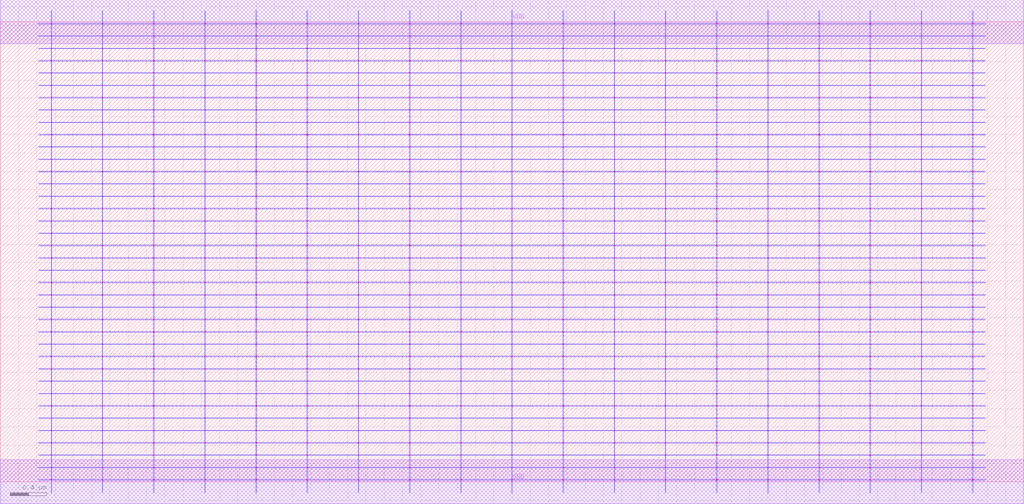
<source format=lef>
MACRO AOOAOI21212
 CLASS CORE ;
 FOREIGN AOOAOI21212 0 0 ;
 SIZE 11.200000000000001 BY 5.04 ;
 ORIGIN 0 0 ;
 SYMMETRY X Y R90 ;
 SITE unit ;
  PIN VDD
   DIRECTION INOUT ;
   USE POWER ;
   SHAPE ABUTMENT ;
    PORT
     CLASS CORE ;
       LAYER met1 ;
        RECT 0.00000000 4.80000000 11.20000000 5.28000000 ;
    END
  END VDD

  PIN GND
   DIRECTION INOUT ;
   USE POWER ;
   SHAPE ABUTMENT ;
    PORT
     CLASS CORE ;
       LAYER met1 ;
        RECT 0.00000000 -0.24000000 11.20000000 0.24000000 ;
    END
  END GND

 OBS
    LAYER polycont ;
     RECT 1.11600000 2.58300000 1.12400000 2.59100000 ;
     RECT 2.23600000 2.58300000 2.24400000 2.59100000 ;
     RECT 3.35600000 2.58300000 3.36400000 2.59100000 ;
     RECT 4.47600000 2.58300000 4.48400000 2.59100000 ;
     RECT 5.59600000 2.58300000 5.60400000 2.59100000 ;
     RECT 7.83600000 2.58300000 7.84400000 2.59100000 ;
     RECT 8.95600000 2.58300000 8.96400000 2.59100000 ;
     RECT 10.07600000 2.58300000 10.08400000 2.59100000 ;
     RECT 1.11600000 2.98800000 1.12400000 2.99600000 ;
     RECT 2.23600000 2.98800000 2.24400000 2.99600000 ;
     RECT 3.35600000 2.98800000 3.36400000 2.99600000 ;
     RECT 5.59600000 2.98800000 5.60400000 2.99600000 ;
     RECT 6.71600000 2.98800000 6.72400000 2.99600000 ;
     RECT 7.83600000 2.98800000 7.84400000 2.99600000 ;
     RECT 8.95600000 2.98800000 8.96400000 2.99600000 ;
     RECT 10.07600000 2.98800000 10.08400000 2.99600000 ;

    LAYER pdiffc ;
     RECT 0.55600000 3.39300000 0.56400000 3.40100000 ;
     RECT 1.67600000 3.39300000 1.68400000 3.40100000 ;
     RECT 2.79600000 3.39300000 2.80400000 3.40100000 ;
     RECT 3.91600000 3.39300000 3.92400000 3.40100000 ;
     RECT 5.03600000 3.39300000 5.04400000 3.40100000 ;
     RECT 6.15600000 3.39300000 6.16400000 3.40100000 ;
     RECT 7.27600000 3.39300000 7.28400000 3.40100000 ;
     RECT 8.39600000 3.39300000 8.40400000 3.40100000 ;
     RECT 9.51600000 3.39300000 9.52400000 3.40100000 ;
     RECT 10.63600000 3.39300000 10.64400000 3.40100000 ;
     RECT 0.55600000 3.52800000 0.56400000 3.53600000 ;
     RECT 1.67600000 3.52800000 1.68400000 3.53600000 ;
     RECT 2.79600000 3.52800000 2.80400000 3.53600000 ;
     RECT 3.91600000 3.52800000 3.92400000 3.53600000 ;
     RECT 5.03600000 3.52800000 5.04400000 3.53600000 ;
     RECT 6.15600000 3.52800000 6.16400000 3.53600000 ;
     RECT 7.27600000 3.52800000 7.28400000 3.53600000 ;
     RECT 8.39600000 3.52800000 8.40400000 3.53600000 ;
     RECT 9.51600000 3.52800000 9.52400000 3.53600000 ;
     RECT 10.63600000 3.52800000 10.64400000 3.53600000 ;
     RECT 0.55600000 3.66300000 0.56400000 3.67100000 ;
     RECT 1.67600000 3.66300000 1.68400000 3.67100000 ;
     RECT 2.79600000 3.66300000 2.80400000 3.67100000 ;
     RECT 3.91600000 3.66300000 3.92400000 3.67100000 ;
     RECT 5.03600000 3.66300000 5.04400000 3.67100000 ;
     RECT 6.15600000 3.66300000 6.16400000 3.67100000 ;
     RECT 7.27600000 3.66300000 7.28400000 3.67100000 ;
     RECT 8.39600000 3.66300000 8.40400000 3.67100000 ;
     RECT 9.51600000 3.66300000 9.52400000 3.67100000 ;
     RECT 10.63600000 3.66300000 10.64400000 3.67100000 ;
     RECT 0.55600000 3.79800000 0.56400000 3.80600000 ;
     RECT 1.67600000 3.79800000 1.68400000 3.80600000 ;
     RECT 2.79600000 3.79800000 2.80400000 3.80600000 ;
     RECT 3.91600000 3.79800000 3.92400000 3.80600000 ;
     RECT 5.03600000 3.79800000 5.04400000 3.80600000 ;
     RECT 6.15600000 3.79800000 6.16400000 3.80600000 ;
     RECT 7.27600000 3.79800000 7.28400000 3.80600000 ;
     RECT 8.39600000 3.79800000 8.40400000 3.80600000 ;
     RECT 9.51600000 3.79800000 9.52400000 3.80600000 ;
     RECT 10.63600000 3.79800000 10.64400000 3.80600000 ;
     RECT 0.55600000 3.93300000 0.56400000 3.94100000 ;
     RECT 1.67600000 3.93300000 1.68400000 3.94100000 ;
     RECT 2.79600000 3.93300000 2.80400000 3.94100000 ;
     RECT 3.91600000 3.93300000 3.92400000 3.94100000 ;
     RECT 5.03600000 3.93300000 5.04400000 3.94100000 ;
     RECT 6.15600000 3.93300000 6.16400000 3.94100000 ;
     RECT 7.27600000 3.93300000 7.28400000 3.94100000 ;
     RECT 8.39600000 3.93300000 8.40400000 3.94100000 ;
     RECT 9.51600000 3.93300000 9.52400000 3.94100000 ;
     RECT 10.63600000 3.93300000 10.64400000 3.94100000 ;
     RECT 0.55600000 4.06800000 0.56400000 4.07600000 ;
     RECT 1.67600000 4.06800000 1.68400000 4.07600000 ;
     RECT 2.79600000 4.06800000 2.80400000 4.07600000 ;
     RECT 3.91600000 4.06800000 3.92400000 4.07600000 ;
     RECT 5.03600000 4.06800000 5.04400000 4.07600000 ;
     RECT 6.15600000 4.06800000 6.16400000 4.07600000 ;
     RECT 7.27600000 4.06800000 7.28400000 4.07600000 ;
     RECT 8.39600000 4.06800000 8.40400000 4.07600000 ;
     RECT 9.51600000 4.06800000 9.52400000 4.07600000 ;
     RECT 10.63600000 4.06800000 10.64400000 4.07600000 ;
     RECT 0.55600000 4.20300000 0.56400000 4.21100000 ;
     RECT 1.67600000 4.20300000 1.68400000 4.21100000 ;
     RECT 2.79600000 4.20300000 2.80400000 4.21100000 ;
     RECT 3.91600000 4.20300000 3.92400000 4.21100000 ;
     RECT 5.03600000 4.20300000 5.04400000 4.21100000 ;
     RECT 6.15600000 4.20300000 6.16400000 4.21100000 ;
     RECT 7.27600000 4.20300000 7.28400000 4.21100000 ;
     RECT 8.39600000 4.20300000 8.40400000 4.21100000 ;
     RECT 9.51600000 4.20300000 9.52400000 4.21100000 ;
     RECT 10.63600000 4.20300000 10.64400000 4.21100000 ;
     RECT 0.55600000 4.33800000 0.56400000 4.34600000 ;
     RECT 1.67600000 4.33800000 1.68400000 4.34600000 ;
     RECT 2.79600000 4.33800000 2.80400000 4.34600000 ;
     RECT 3.91600000 4.33800000 3.92400000 4.34600000 ;
     RECT 5.03600000 4.33800000 5.04400000 4.34600000 ;
     RECT 6.15600000 4.33800000 6.16400000 4.34600000 ;
     RECT 7.27600000 4.33800000 7.28400000 4.34600000 ;
     RECT 8.39600000 4.33800000 8.40400000 4.34600000 ;
     RECT 9.51600000 4.33800000 9.52400000 4.34600000 ;
     RECT 10.63600000 4.33800000 10.64400000 4.34600000 ;
     RECT 0.55600000 4.47300000 0.56400000 4.48100000 ;
     RECT 1.67600000 4.47300000 1.68400000 4.48100000 ;
     RECT 2.79600000 4.47300000 2.80400000 4.48100000 ;
     RECT 3.91600000 4.47300000 3.92400000 4.48100000 ;
     RECT 5.03600000 4.47300000 5.04400000 4.48100000 ;
     RECT 6.15600000 4.47300000 6.16400000 4.48100000 ;
     RECT 7.27600000 4.47300000 7.28400000 4.48100000 ;
     RECT 8.39600000 4.47300000 8.40400000 4.48100000 ;
     RECT 9.51600000 4.47300000 9.52400000 4.48100000 ;
     RECT 10.63600000 4.47300000 10.64400000 4.48100000 ;
     RECT 0.55600000 4.60800000 0.56400000 4.61600000 ;
     RECT 1.67600000 4.60800000 1.68400000 4.61600000 ;
     RECT 2.79600000 4.60800000 2.80400000 4.61600000 ;
     RECT 3.91600000 4.60800000 3.92400000 4.61600000 ;
     RECT 5.03600000 4.60800000 5.04400000 4.61600000 ;
     RECT 6.15600000 4.60800000 6.16400000 4.61600000 ;
     RECT 7.27600000 4.60800000 7.28400000 4.61600000 ;
     RECT 8.39600000 4.60800000 8.40400000 4.61600000 ;
     RECT 9.51600000 4.60800000 9.52400000 4.61600000 ;
     RECT 10.63600000 4.60800000 10.64400000 4.61600000 ;

    LAYER ndiffc ;
     RECT 6.15600000 0.42300000 6.16400000 0.43100000 ;
     RECT 7.27600000 0.42300000 7.28400000 0.43100000 ;
     RECT 8.39600000 0.42300000 8.40400000 0.43100000 ;
     RECT 9.51600000 0.42300000 9.52400000 0.43100000 ;
     RECT 10.63600000 0.42300000 10.64400000 0.43100000 ;
     RECT 6.15600000 0.55800000 6.16400000 0.56600000 ;
     RECT 7.27600000 0.55800000 7.28400000 0.56600000 ;
     RECT 8.39600000 0.55800000 8.40400000 0.56600000 ;
     RECT 9.51600000 0.55800000 9.52400000 0.56600000 ;
     RECT 10.63600000 0.55800000 10.64400000 0.56600000 ;
     RECT 6.15600000 0.69300000 6.16400000 0.70100000 ;
     RECT 7.27600000 0.69300000 7.28400000 0.70100000 ;
     RECT 8.39600000 0.69300000 8.40400000 0.70100000 ;
     RECT 9.51600000 0.69300000 9.52400000 0.70100000 ;
     RECT 10.63600000 0.69300000 10.64400000 0.70100000 ;
     RECT 6.15600000 0.82800000 6.16400000 0.83600000 ;
     RECT 7.27600000 0.82800000 7.28400000 0.83600000 ;
     RECT 8.39600000 0.82800000 8.40400000 0.83600000 ;
     RECT 9.51600000 0.82800000 9.52400000 0.83600000 ;
     RECT 10.63600000 0.82800000 10.64400000 0.83600000 ;
     RECT 6.15600000 0.96300000 6.16400000 0.97100000 ;
     RECT 7.27600000 0.96300000 7.28400000 0.97100000 ;
     RECT 8.39600000 0.96300000 8.40400000 0.97100000 ;
     RECT 9.51600000 0.96300000 9.52400000 0.97100000 ;
     RECT 10.63600000 0.96300000 10.64400000 0.97100000 ;
     RECT 6.15600000 1.09800000 6.16400000 1.10600000 ;
     RECT 7.27600000 1.09800000 7.28400000 1.10600000 ;
     RECT 8.39600000 1.09800000 8.40400000 1.10600000 ;
     RECT 9.51600000 1.09800000 9.52400000 1.10600000 ;
     RECT 10.63600000 1.09800000 10.64400000 1.10600000 ;
     RECT 6.15600000 1.23300000 6.16400000 1.24100000 ;
     RECT 7.27600000 1.23300000 7.28400000 1.24100000 ;
     RECT 8.39600000 1.23300000 8.40400000 1.24100000 ;
     RECT 9.51600000 1.23300000 9.52400000 1.24100000 ;
     RECT 10.63600000 1.23300000 10.64400000 1.24100000 ;
     RECT 6.15600000 1.36800000 6.16400000 1.37600000 ;
     RECT 7.27600000 1.36800000 7.28400000 1.37600000 ;
     RECT 8.39600000 1.36800000 8.40400000 1.37600000 ;
     RECT 9.51600000 1.36800000 9.52400000 1.37600000 ;
     RECT 10.63600000 1.36800000 10.64400000 1.37600000 ;
     RECT 6.15600000 1.50300000 6.16400000 1.51100000 ;
     RECT 7.27600000 1.50300000 7.28400000 1.51100000 ;
     RECT 8.39600000 1.50300000 8.40400000 1.51100000 ;
     RECT 9.51600000 1.50300000 9.52400000 1.51100000 ;
     RECT 10.63600000 1.50300000 10.64400000 1.51100000 ;
     RECT 6.15600000 1.63800000 6.16400000 1.64600000 ;
     RECT 7.27600000 1.63800000 7.28400000 1.64600000 ;
     RECT 8.39600000 1.63800000 8.40400000 1.64600000 ;
     RECT 9.51600000 1.63800000 9.52400000 1.64600000 ;
     RECT 10.63600000 1.63800000 10.64400000 1.64600000 ;
     RECT 6.15600000 1.77300000 6.16400000 1.78100000 ;
     RECT 7.27600000 1.77300000 7.28400000 1.78100000 ;
     RECT 8.39600000 1.77300000 8.40400000 1.78100000 ;
     RECT 9.51600000 1.77300000 9.52400000 1.78100000 ;
     RECT 10.63600000 1.77300000 10.64400000 1.78100000 ;
     RECT 6.15600000 1.90800000 6.16400000 1.91600000 ;
     RECT 7.27600000 1.90800000 7.28400000 1.91600000 ;
     RECT 8.39600000 1.90800000 8.40400000 1.91600000 ;
     RECT 9.51600000 1.90800000 9.52400000 1.91600000 ;
     RECT 10.63600000 1.90800000 10.64400000 1.91600000 ;
     RECT 6.15600000 2.04300000 6.16400000 2.05100000 ;
     RECT 7.27600000 2.04300000 7.28400000 2.05100000 ;
     RECT 8.39600000 2.04300000 8.40400000 2.05100000 ;
     RECT 9.51600000 2.04300000 9.52400000 2.05100000 ;
     RECT 10.63600000 2.04300000 10.64400000 2.05100000 ;
     RECT 0.55600000 0.82800000 0.56400000 0.83600000 ;
     RECT 1.67600000 0.82800000 1.68400000 0.83600000 ;
     RECT 2.79600000 0.82800000 2.80400000 0.83600000 ;
     RECT 3.91600000 0.82800000 3.92400000 0.83600000 ;
     RECT 5.03600000 0.82800000 5.04400000 0.83600000 ;
     RECT 0.55600000 1.36800000 0.56400000 1.37600000 ;
     RECT 1.67600000 1.36800000 1.68400000 1.37600000 ;
     RECT 2.79600000 1.36800000 2.80400000 1.37600000 ;
     RECT 3.91600000 1.36800000 3.92400000 1.37600000 ;
     RECT 5.03600000 1.36800000 5.04400000 1.37600000 ;
     RECT 0.55600000 0.42300000 0.56400000 0.43100000 ;
     RECT 1.67600000 0.42300000 1.68400000 0.43100000 ;
     RECT 2.79600000 0.42300000 2.80400000 0.43100000 ;
     RECT 3.91600000 0.42300000 3.92400000 0.43100000 ;
     RECT 5.03600000 0.42300000 5.04400000 0.43100000 ;
     RECT 0.55600000 1.50300000 0.56400000 1.51100000 ;
     RECT 1.67600000 1.50300000 1.68400000 1.51100000 ;
     RECT 2.79600000 1.50300000 2.80400000 1.51100000 ;
     RECT 3.91600000 1.50300000 3.92400000 1.51100000 ;
     RECT 5.03600000 1.50300000 5.04400000 1.51100000 ;
     RECT 0.55600000 0.96300000 0.56400000 0.97100000 ;
     RECT 1.67600000 0.96300000 1.68400000 0.97100000 ;
     RECT 2.79600000 0.96300000 2.80400000 0.97100000 ;
     RECT 3.91600000 0.96300000 3.92400000 0.97100000 ;
     RECT 5.03600000 0.96300000 5.04400000 0.97100000 ;
     RECT 0.55600000 1.63800000 0.56400000 1.64600000 ;
     RECT 1.67600000 1.63800000 1.68400000 1.64600000 ;
     RECT 2.79600000 1.63800000 2.80400000 1.64600000 ;
     RECT 3.91600000 1.63800000 3.92400000 1.64600000 ;
     RECT 5.03600000 1.63800000 5.04400000 1.64600000 ;
     RECT 0.55600000 0.69300000 0.56400000 0.70100000 ;
     RECT 1.67600000 0.69300000 1.68400000 0.70100000 ;
     RECT 2.79600000 0.69300000 2.80400000 0.70100000 ;
     RECT 3.91600000 0.69300000 3.92400000 0.70100000 ;
     RECT 5.03600000 0.69300000 5.04400000 0.70100000 ;
     RECT 0.55600000 1.77300000 0.56400000 1.78100000 ;
     RECT 1.67600000 1.77300000 1.68400000 1.78100000 ;
     RECT 2.79600000 1.77300000 2.80400000 1.78100000 ;
     RECT 3.91600000 1.77300000 3.92400000 1.78100000 ;
     RECT 5.03600000 1.77300000 5.04400000 1.78100000 ;
     RECT 0.55600000 1.09800000 0.56400000 1.10600000 ;
     RECT 1.67600000 1.09800000 1.68400000 1.10600000 ;
     RECT 2.79600000 1.09800000 2.80400000 1.10600000 ;
     RECT 3.91600000 1.09800000 3.92400000 1.10600000 ;
     RECT 5.03600000 1.09800000 5.04400000 1.10600000 ;
     RECT 0.55600000 1.90800000 0.56400000 1.91600000 ;
     RECT 1.67600000 1.90800000 1.68400000 1.91600000 ;
     RECT 2.79600000 1.90800000 2.80400000 1.91600000 ;
     RECT 3.91600000 1.90800000 3.92400000 1.91600000 ;
     RECT 5.03600000 1.90800000 5.04400000 1.91600000 ;
     RECT 0.55600000 0.55800000 0.56400000 0.56600000 ;
     RECT 1.67600000 0.55800000 1.68400000 0.56600000 ;
     RECT 2.79600000 0.55800000 2.80400000 0.56600000 ;
     RECT 3.91600000 0.55800000 3.92400000 0.56600000 ;
     RECT 5.03600000 0.55800000 5.04400000 0.56600000 ;
     RECT 0.55600000 2.04300000 0.56400000 2.05100000 ;
     RECT 1.67600000 2.04300000 1.68400000 2.05100000 ;
     RECT 2.79600000 2.04300000 2.80400000 2.05100000 ;
     RECT 3.91600000 2.04300000 3.92400000 2.05100000 ;
     RECT 5.03600000 2.04300000 5.04400000 2.05100000 ;
     RECT 0.55600000 1.23300000 0.56400000 1.24100000 ;
     RECT 1.67600000 1.23300000 1.68400000 1.24100000 ;
     RECT 2.79600000 1.23300000 2.80400000 1.24100000 ;
     RECT 3.91600000 1.23300000 3.92400000 1.24100000 ;
     RECT 5.03600000 1.23300000 5.04400000 1.24100000 ;

    LAYER met1 ;
     RECT 0.00000000 -0.24000000 11.20000000 0.24000000 ;
     RECT 5.59600000 0.24000000 5.60400000 0.28800000 ;
     RECT 0.44500000 0.28800000 10.75500000 0.29600000 ;
     RECT 5.59600000 0.29600000 5.60400000 0.42300000 ;
     RECT 0.44500000 0.42300000 10.75500000 0.43100000 ;
     RECT 5.59600000 0.43100000 5.60400000 0.55800000 ;
     RECT 0.44500000 0.55800000 10.75500000 0.56600000 ;
     RECT 5.59600000 0.56600000 5.60400000 0.69300000 ;
     RECT 0.44500000 0.69300000 10.75500000 0.70100000 ;
     RECT 5.59600000 0.70100000 5.60400000 0.82800000 ;
     RECT 0.44500000 0.82800000 10.75500000 0.83600000 ;
     RECT 5.59600000 0.83600000 5.60400000 0.96300000 ;
     RECT 0.44500000 0.96300000 10.75500000 0.97100000 ;
     RECT 5.59600000 0.97100000 5.60400000 1.09800000 ;
     RECT 0.44500000 1.09800000 10.75500000 1.10600000 ;
     RECT 5.59600000 1.10600000 5.60400000 1.23300000 ;
     RECT 0.44500000 1.23300000 10.75500000 1.24100000 ;
     RECT 5.59600000 1.24100000 5.60400000 1.36800000 ;
     RECT 0.44500000 1.36800000 10.75500000 1.37600000 ;
     RECT 5.59600000 1.37600000 5.60400000 1.50300000 ;
     RECT 0.44500000 1.50300000 10.75500000 1.51100000 ;
     RECT 5.59600000 1.51100000 5.60400000 1.63800000 ;
     RECT 0.44500000 1.63800000 10.75500000 1.64600000 ;
     RECT 5.59600000 1.64600000 5.60400000 1.77300000 ;
     RECT 0.44500000 1.77300000 10.75500000 1.78100000 ;
     RECT 5.59600000 1.78100000 5.60400000 1.90800000 ;
     RECT 0.44500000 1.90800000 10.75500000 1.91600000 ;
     RECT 5.59600000 1.91600000 5.60400000 2.04300000 ;
     RECT 0.44500000 2.04300000 10.75500000 2.05100000 ;
     RECT 5.59600000 2.05100000 5.60400000 2.17800000 ;
     RECT 0.44500000 2.17800000 10.75500000 2.18600000 ;
     RECT 5.59600000 2.18600000 5.60400000 2.31300000 ;
     RECT 0.44500000 2.31300000 10.75500000 2.32100000 ;
     RECT 5.59600000 2.32100000 5.60400000 2.44800000 ;
     RECT 0.44500000 2.44800000 10.75500000 2.45600000 ;
     RECT 0.55600000 2.45600000 0.56400000 2.58300000 ;
     RECT 1.11600000 2.45600000 1.12400000 2.58300000 ;
     RECT 1.67600000 2.45600000 1.68400000 2.58300000 ;
     RECT 2.23600000 2.45600000 2.24400000 2.58300000 ;
     RECT 2.79600000 2.45600000 2.80400000 2.58300000 ;
     RECT 3.35600000 2.45600000 3.36400000 2.58300000 ;
     RECT 3.91600000 2.45600000 3.92400000 2.58300000 ;
     RECT 4.47600000 2.45600000 4.48400000 2.58300000 ;
     RECT 5.03600000 2.45600000 5.04400000 2.58300000 ;
     RECT 5.59600000 2.45600000 5.60400000 2.58300000 ;
     RECT 6.15600000 2.45600000 6.16400000 2.58300000 ;
     RECT 6.71600000 2.45600000 6.72400000 2.58300000 ;
     RECT 7.27600000 2.45600000 7.28400000 2.58300000 ;
     RECT 7.83600000 2.45600000 7.84400000 2.58300000 ;
     RECT 8.39600000 2.45600000 8.40400000 2.58300000 ;
     RECT 8.95600000 2.45600000 8.96400000 2.58300000 ;
     RECT 9.51600000 2.45600000 9.52400000 2.58300000 ;
     RECT 10.07600000 2.45600000 10.08400000 2.58300000 ;
     RECT 10.63600000 2.45600000 10.64400000 2.58300000 ;
     RECT 0.44500000 2.58300000 10.75500000 2.59100000 ;
     RECT 5.59600000 2.59100000 5.60400000 2.71800000 ;
     RECT 0.44500000 2.71800000 10.75500000 2.72600000 ;
     RECT 5.59600000 2.72600000 5.60400000 2.85300000 ;
     RECT 0.44500000 2.85300000 10.75500000 2.86100000 ;
     RECT 5.59600000 2.86100000 5.60400000 2.98800000 ;
     RECT 0.44500000 2.98800000 10.75500000 2.99600000 ;
     RECT 5.59600000 2.99600000 5.60400000 3.12300000 ;
     RECT 0.44500000 3.12300000 10.75500000 3.13100000 ;
     RECT 5.59600000 3.13100000 5.60400000 3.25800000 ;
     RECT 0.44500000 3.25800000 10.75500000 3.26600000 ;
     RECT 5.59600000 3.26600000 5.60400000 3.39300000 ;
     RECT 0.44500000 3.39300000 10.75500000 3.40100000 ;
     RECT 5.59600000 3.40100000 5.60400000 3.52800000 ;
     RECT 0.44500000 3.52800000 10.75500000 3.53600000 ;
     RECT 5.59600000 3.53600000 5.60400000 3.66300000 ;
     RECT 0.44500000 3.66300000 10.75500000 3.67100000 ;
     RECT 5.59600000 3.67100000 5.60400000 3.79800000 ;
     RECT 0.44500000 3.79800000 10.75500000 3.80600000 ;
     RECT 5.59600000 3.80600000 5.60400000 3.93300000 ;
     RECT 0.44500000 3.93300000 10.75500000 3.94100000 ;
     RECT 5.59600000 3.94100000 5.60400000 4.06800000 ;
     RECT 0.44500000 4.06800000 10.75500000 4.07600000 ;
     RECT 5.59600000 4.07600000 5.60400000 4.20300000 ;
     RECT 0.44500000 4.20300000 10.75500000 4.21100000 ;
     RECT 5.59600000 4.21100000 5.60400000 4.33800000 ;
     RECT 0.44500000 4.33800000 10.75500000 4.34600000 ;
     RECT 5.59600000 4.34600000 5.60400000 4.47300000 ;
     RECT 0.44500000 4.47300000 10.75500000 4.48100000 ;
     RECT 5.59600000 4.48100000 5.60400000 4.60800000 ;
     RECT 0.44500000 4.60800000 10.75500000 4.61600000 ;
     RECT 5.59600000 4.61600000 5.60400000 4.74300000 ;
     RECT 0.44500000 4.74300000 10.75500000 4.75100000 ;
     RECT 5.59600000 4.75100000 5.60400000 4.80000000 ;
     RECT 0.00000000 4.80000000 11.20000000 5.28000000 ;
     RECT 8.39600000 2.99600000 8.40400000 3.12300000 ;
     RECT 8.39600000 3.13100000 8.40400000 3.25800000 ;
     RECT 8.39600000 3.26600000 8.40400000 3.39300000 ;
     RECT 8.39600000 3.40100000 8.40400000 3.52800000 ;
     RECT 8.39600000 3.53600000 8.40400000 3.66300000 ;
     RECT 8.39600000 2.72600000 8.40400000 2.85300000 ;
     RECT 8.39600000 3.67100000 8.40400000 3.79800000 ;
     RECT 6.15600000 3.80600000 6.16400000 3.93300000 ;
     RECT 6.71600000 3.80600000 6.72400000 3.93300000 ;
     RECT 7.27600000 3.80600000 7.28400000 3.93300000 ;
     RECT 7.83600000 3.80600000 7.84400000 3.93300000 ;
     RECT 8.39600000 3.80600000 8.40400000 3.93300000 ;
     RECT 8.95600000 3.80600000 8.96400000 3.93300000 ;
     RECT 9.51600000 3.80600000 9.52400000 3.93300000 ;
     RECT 10.07600000 3.80600000 10.08400000 3.93300000 ;
     RECT 10.63600000 3.80600000 10.64400000 3.93300000 ;
     RECT 8.39600000 3.94100000 8.40400000 4.06800000 ;
     RECT 8.39600000 4.07600000 8.40400000 4.20300000 ;
     RECT 8.39600000 4.21100000 8.40400000 4.33800000 ;
     RECT 8.39600000 4.34600000 8.40400000 4.47300000 ;
     RECT 8.39600000 2.86100000 8.40400000 2.98800000 ;
     RECT 8.39600000 4.48100000 8.40400000 4.60800000 ;
     RECT 8.39600000 4.61600000 8.40400000 4.74300000 ;
     RECT 8.39600000 2.59100000 8.40400000 2.71800000 ;
     RECT 8.39600000 4.75100000 8.40400000 4.80000000 ;
     RECT 10.63600000 4.07600000 10.64400000 4.20300000 ;
     RECT 9.51600000 3.94100000 9.52400000 4.06800000 ;
     RECT 8.95600000 4.21100000 8.96400000 4.33800000 ;
     RECT 9.51600000 4.21100000 9.52400000 4.33800000 ;
     RECT 10.07600000 4.21100000 10.08400000 4.33800000 ;
     RECT 10.63600000 4.21100000 10.64400000 4.33800000 ;
     RECT 10.07600000 3.94100000 10.08400000 4.06800000 ;
     RECT 8.95600000 4.34600000 8.96400000 4.47300000 ;
     RECT 9.51600000 4.34600000 9.52400000 4.47300000 ;
     RECT 10.07600000 4.34600000 10.08400000 4.47300000 ;
     RECT 10.63600000 4.34600000 10.64400000 4.47300000 ;
     RECT 10.63600000 3.94100000 10.64400000 4.06800000 ;
     RECT 8.95600000 3.94100000 8.96400000 4.06800000 ;
     RECT 8.95600000 4.48100000 8.96400000 4.60800000 ;
     RECT 9.51600000 4.48100000 9.52400000 4.60800000 ;
     RECT 10.07600000 4.48100000 10.08400000 4.60800000 ;
     RECT 10.63600000 4.48100000 10.64400000 4.60800000 ;
     RECT 8.95600000 4.07600000 8.96400000 4.20300000 ;
     RECT 8.95600000 4.61600000 8.96400000 4.74300000 ;
     RECT 9.51600000 4.61600000 9.52400000 4.74300000 ;
     RECT 10.07600000 4.61600000 10.08400000 4.74300000 ;
     RECT 10.63600000 4.61600000 10.64400000 4.74300000 ;
     RECT 9.51600000 4.07600000 9.52400000 4.20300000 ;
     RECT 10.07600000 4.07600000 10.08400000 4.20300000 ;
     RECT 8.95600000 4.75100000 8.96400000 4.80000000 ;
     RECT 9.51600000 4.75100000 9.52400000 4.80000000 ;
     RECT 10.07600000 4.75100000 10.08400000 4.80000000 ;
     RECT 10.63600000 4.75100000 10.64400000 4.80000000 ;
     RECT 6.15600000 4.48100000 6.16400000 4.60800000 ;
     RECT 6.71600000 4.48100000 6.72400000 4.60800000 ;
     RECT 7.27600000 4.48100000 7.28400000 4.60800000 ;
     RECT 7.83600000 4.48100000 7.84400000 4.60800000 ;
     RECT 7.83600000 4.21100000 7.84400000 4.33800000 ;
     RECT 6.71600000 4.07600000 6.72400000 4.20300000 ;
     RECT 7.27600000 4.07600000 7.28400000 4.20300000 ;
     RECT 7.83600000 4.07600000 7.84400000 4.20300000 ;
     RECT 6.71600000 3.94100000 6.72400000 4.06800000 ;
     RECT 6.15600000 4.61600000 6.16400000 4.74300000 ;
     RECT 6.71600000 4.61600000 6.72400000 4.74300000 ;
     RECT 7.27600000 4.61600000 7.28400000 4.74300000 ;
     RECT 7.83600000 4.61600000 7.84400000 4.74300000 ;
     RECT 7.27600000 3.94100000 7.28400000 4.06800000 ;
     RECT 6.15600000 4.34600000 6.16400000 4.47300000 ;
     RECT 6.71600000 4.34600000 6.72400000 4.47300000 ;
     RECT 7.27600000 4.34600000 7.28400000 4.47300000 ;
     RECT 7.83600000 4.34600000 7.84400000 4.47300000 ;
     RECT 7.83600000 3.94100000 7.84400000 4.06800000 ;
     RECT 6.15600000 4.75100000 6.16400000 4.80000000 ;
     RECT 6.71600000 4.75100000 6.72400000 4.80000000 ;
     RECT 7.27600000 4.75100000 7.28400000 4.80000000 ;
     RECT 7.83600000 4.75100000 7.84400000 4.80000000 ;
     RECT 6.15600000 3.94100000 6.16400000 4.06800000 ;
     RECT 6.15600000 4.07600000 6.16400000 4.20300000 ;
     RECT 6.15600000 4.21100000 6.16400000 4.33800000 ;
     RECT 6.71600000 4.21100000 6.72400000 4.33800000 ;
     RECT 7.27600000 4.21100000 7.28400000 4.33800000 ;
     RECT 7.27600000 2.99600000 7.28400000 3.12300000 ;
     RECT 6.71600000 2.59100000 6.72400000 2.71800000 ;
     RECT 6.15600000 2.72600000 6.16400000 2.85300000 ;
     RECT 6.15600000 3.40100000 6.16400000 3.52800000 ;
     RECT 6.71600000 3.40100000 6.72400000 3.52800000 ;
     RECT 7.27600000 3.40100000 7.28400000 3.52800000 ;
     RECT 7.83600000 3.40100000 7.84400000 3.52800000 ;
     RECT 7.83600000 2.99600000 7.84400000 3.12300000 ;
     RECT 6.71600000 2.72600000 6.72400000 2.85300000 ;
     RECT 7.27600000 2.72600000 7.28400000 2.85300000 ;
     RECT 7.27600000 2.59100000 7.28400000 2.71800000 ;
     RECT 7.83600000 2.59100000 7.84400000 2.71800000 ;
     RECT 6.15600000 3.53600000 6.16400000 3.66300000 ;
     RECT 6.71600000 3.53600000 6.72400000 3.66300000 ;
     RECT 7.27600000 3.53600000 7.28400000 3.66300000 ;
     RECT 7.83600000 3.53600000 7.84400000 3.66300000 ;
     RECT 6.15600000 2.99600000 6.16400000 3.12300000 ;
     RECT 7.83600000 2.72600000 7.84400000 2.85300000 ;
     RECT 6.15600000 3.13100000 6.16400000 3.25800000 ;
     RECT 6.15600000 3.67100000 6.16400000 3.79800000 ;
     RECT 6.71600000 3.67100000 6.72400000 3.79800000 ;
     RECT 6.15600000 2.86100000 6.16400000 2.98800000 ;
     RECT 6.71600000 2.86100000 6.72400000 2.98800000 ;
     RECT 7.27600000 3.67100000 7.28400000 3.79800000 ;
     RECT 7.83600000 3.67100000 7.84400000 3.79800000 ;
     RECT 6.71600000 3.13100000 6.72400000 3.25800000 ;
     RECT 7.27600000 3.13100000 7.28400000 3.25800000 ;
     RECT 7.83600000 3.13100000 7.84400000 3.25800000 ;
     RECT 6.71600000 2.99600000 6.72400000 3.12300000 ;
     RECT 6.15600000 2.59100000 6.16400000 2.71800000 ;
     RECT 6.15600000 3.26600000 6.16400000 3.39300000 ;
     RECT 6.71600000 3.26600000 6.72400000 3.39300000 ;
     RECT 7.27600000 2.86100000 7.28400000 2.98800000 ;
     RECT 7.83600000 2.86100000 7.84400000 2.98800000 ;
     RECT 7.27600000 3.26600000 7.28400000 3.39300000 ;
     RECT 7.83600000 3.26600000 7.84400000 3.39300000 ;
     RECT 9.51600000 3.13100000 9.52400000 3.25800000 ;
     RECT 10.07600000 3.13100000 10.08400000 3.25800000 ;
     RECT 10.63600000 3.13100000 10.64400000 3.25800000 ;
     RECT 8.95600000 2.86100000 8.96400000 2.98800000 ;
     RECT 10.63600000 2.59100000 10.64400000 2.71800000 ;
     RECT 10.07600000 2.59100000 10.08400000 2.71800000 ;
     RECT 8.95600000 3.67100000 8.96400000 3.79800000 ;
     RECT 9.51600000 3.67100000 9.52400000 3.79800000 ;
     RECT 10.07600000 3.67100000 10.08400000 3.79800000 ;
     RECT 10.63600000 3.67100000 10.64400000 3.79800000 ;
     RECT 8.95600000 2.72600000 8.96400000 2.85300000 ;
     RECT 9.51600000 2.72600000 9.52400000 2.85300000 ;
     RECT 8.95600000 2.99600000 8.96400000 3.12300000 ;
     RECT 9.51600000 2.86100000 9.52400000 2.98800000 ;
     RECT 10.07600000 2.86100000 10.08400000 2.98800000 ;
     RECT 8.95600000 3.40100000 8.96400000 3.52800000 ;
     RECT 9.51600000 3.40100000 9.52400000 3.52800000 ;
     RECT 10.07600000 3.40100000 10.08400000 3.52800000 ;
     RECT 10.63600000 3.40100000 10.64400000 3.52800000 ;
     RECT 9.51600000 2.99600000 9.52400000 3.12300000 ;
     RECT 10.07600000 2.99600000 10.08400000 3.12300000 ;
     RECT 10.63600000 2.99600000 10.64400000 3.12300000 ;
     RECT 9.51600000 2.59100000 9.52400000 2.71800000 ;
     RECT 10.07600000 2.72600000 10.08400000 2.85300000 ;
     RECT 10.63600000 2.86100000 10.64400000 2.98800000 ;
     RECT 10.63600000 2.72600000 10.64400000 2.85300000 ;
     RECT 8.95600000 3.26600000 8.96400000 3.39300000 ;
     RECT 9.51600000 3.26600000 9.52400000 3.39300000 ;
     RECT 10.07600000 3.26600000 10.08400000 3.39300000 ;
     RECT 8.95600000 3.53600000 8.96400000 3.66300000 ;
     RECT 9.51600000 3.53600000 9.52400000 3.66300000 ;
     RECT 10.07600000 3.53600000 10.08400000 3.66300000 ;
     RECT 10.63600000 3.53600000 10.64400000 3.66300000 ;
     RECT 10.63600000 3.26600000 10.64400000 3.39300000 ;
     RECT 8.95600000 3.13100000 8.96400000 3.25800000 ;
     RECT 8.95600000 2.59100000 8.96400000 2.71800000 ;
     RECT 4.47600000 3.80600000 4.48400000 3.93300000 ;
     RECT 5.03600000 3.80600000 5.04400000 3.93300000 ;
     RECT 2.79600000 3.26600000 2.80400000 3.39300000 ;
     RECT 2.79600000 3.94100000 2.80400000 4.06800000 ;
     RECT 2.79600000 2.59100000 2.80400000 2.71800000 ;
     RECT 2.79600000 2.99600000 2.80400000 3.12300000 ;
     RECT 2.79600000 4.07600000 2.80400000 4.20300000 ;
     RECT 2.79600000 3.40100000 2.80400000 3.52800000 ;
     RECT 2.79600000 4.21100000 2.80400000 4.33800000 ;
     RECT 2.79600000 4.34600000 2.80400000 4.47300000 ;
     RECT 2.79600000 3.53600000 2.80400000 3.66300000 ;
     RECT 2.79600000 4.48100000 2.80400000 4.60800000 ;
     RECT 2.79600000 3.13100000 2.80400000 3.25800000 ;
     RECT 2.79600000 3.67100000 2.80400000 3.79800000 ;
     RECT 2.79600000 4.61600000 2.80400000 4.74300000 ;
     RECT 2.79600000 2.86100000 2.80400000 2.98800000 ;
     RECT 2.79600000 4.75100000 2.80400000 4.80000000 ;
     RECT 2.79600000 2.72600000 2.80400000 2.85300000 ;
     RECT 0.55600000 3.80600000 0.56400000 3.93300000 ;
     RECT 1.11600000 3.80600000 1.12400000 3.93300000 ;
     RECT 1.67600000 3.80600000 1.68400000 3.93300000 ;
     RECT 2.23600000 3.80600000 2.24400000 3.93300000 ;
     RECT 2.79600000 3.80600000 2.80400000 3.93300000 ;
     RECT 3.35600000 3.80600000 3.36400000 3.93300000 ;
     RECT 3.91600000 3.80600000 3.92400000 3.93300000 ;
     RECT 5.03600000 4.34600000 5.04400000 4.47300000 ;
     RECT 4.47600000 3.94100000 4.48400000 4.06800000 ;
     RECT 3.35600000 4.07600000 3.36400000 4.20300000 ;
     RECT 3.35600000 4.48100000 3.36400000 4.60800000 ;
     RECT 3.91600000 4.48100000 3.92400000 4.60800000 ;
     RECT 4.47600000 4.48100000 4.48400000 4.60800000 ;
     RECT 5.03600000 4.48100000 5.04400000 4.60800000 ;
     RECT 3.91600000 4.07600000 3.92400000 4.20300000 ;
     RECT 4.47600000 4.07600000 4.48400000 4.20300000 ;
     RECT 5.03600000 4.07600000 5.04400000 4.20300000 ;
     RECT 3.35600000 4.61600000 3.36400000 4.74300000 ;
     RECT 3.91600000 4.61600000 3.92400000 4.74300000 ;
     RECT 4.47600000 4.61600000 4.48400000 4.74300000 ;
     RECT 5.03600000 4.61600000 5.04400000 4.74300000 ;
     RECT 5.03600000 3.94100000 5.04400000 4.06800000 ;
     RECT 3.35600000 3.94100000 3.36400000 4.06800000 ;
     RECT 3.35600000 4.75100000 3.36400000 4.80000000 ;
     RECT 3.91600000 4.75100000 3.92400000 4.80000000 ;
     RECT 4.47600000 4.75100000 4.48400000 4.80000000 ;
     RECT 5.03600000 4.75100000 5.04400000 4.80000000 ;
     RECT 3.35600000 4.21100000 3.36400000 4.33800000 ;
     RECT 3.91600000 4.21100000 3.92400000 4.33800000 ;
     RECT 4.47600000 4.21100000 4.48400000 4.33800000 ;
     RECT 5.03600000 4.21100000 5.04400000 4.33800000 ;
     RECT 3.91600000 3.94100000 3.92400000 4.06800000 ;
     RECT 3.35600000 4.34600000 3.36400000 4.47300000 ;
     RECT 3.91600000 4.34600000 3.92400000 4.47300000 ;
     RECT 4.47600000 4.34600000 4.48400000 4.47300000 ;
     RECT 0.55600000 4.34600000 0.56400000 4.47300000 ;
     RECT 0.55600000 4.61600000 0.56400000 4.74300000 ;
     RECT 1.11600000 4.61600000 1.12400000 4.74300000 ;
     RECT 1.67600000 4.61600000 1.68400000 4.74300000 ;
     RECT 2.23600000 4.61600000 2.24400000 4.74300000 ;
     RECT 1.11600000 4.34600000 1.12400000 4.47300000 ;
     RECT 1.67600000 4.34600000 1.68400000 4.47300000 ;
     RECT 2.23600000 4.34600000 2.24400000 4.47300000 ;
     RECT 1.67600000 3.94100000 1.68400000 4.06800000 ;
     RECT 0.55600000 4.07600000 0.56400000 4.20300000 ;
     RECT 1.11600000 4.07600000 1.12400000 4.20300000 ;
     RECT 0.55600000 4.75100000 0.56400000 4.80000000 ;
     RECT 1.11600000 4.75100000 1.12400000 4.80000000 ;
     RECT 1.67600000 4.75100000 1.68400000 4.80000000 ;
     RECT 2.23600000 4.75100000 2.24400000 4.80000000 ;
     RECT 0.55600000 4.21100000 0.56400000 4.33800000 ;
     RECT 1.11600000 4.21100000 1.12400000 4.33800000 ;
     RECT 1.67600000 4.21100000 1.68400000 4.33800000 ;
     RECT 0.55600000 4.48100000 0.56400000 4.60800000 ;
     RECT 1.11600000 4.48100000 1.12400000 4.60800000 ;
     RECT 1.67600000 4.48100000 1.68400000 4.60800000 ;
     RECT 2.23600000 4.48100000 2.24400000 4.60800000 ;
     RECT 2.23600000 4.21100000 2.24400000 4.33800000 ;
     RECT 1.67600000 4.07600000 1.68400000 4.20300000 ;
     RECT 2.23600000 4.07600000 2.24400000 4.20300000 ;
     RECT 2.23600000 3.94100000 2.24400000 4.06800000 ;
     RECT 0.55600000 3.94100000 0.56400000 4.06800000 ;
     RECT 1.11600000 3.94100000 1.12400000 4.06800000 ;
     RECT 2.23600000 3.13100000 2.24400000 3.25800000 ;
     RECT 0.55600000 3.53600000 0.56400000 3.66300000 ;
     RECT 0.55600000 3.67100000 0.56400000 3.79800000 ;
     RECT 1.11600000 3.67100000 1.12400000 3.79800000 ;
     RECT 1.67600000 3.67100000 1.68400000 3.79800000 ;
     RECT 2.23600000 3.67100000 2.24400000 3.79800000 ;
     RECT 1.11600000 3.53600000 1.12400000 3.66300000 ;
     RECT 1.67600000 3.53600000 1.68400000 3.66300000 ;
     RECT 2.23600000 2.99600000 2.24400000 3.12300000 ;
     RECT 1.11600000 3.40100000 1.12400000 3.52800000 ;
     RECT 1.67600000 3.40100000 1.68400000 3.52800000 ;
     RECT 2.23600000 3.40100000 2.24400000 3.52800000 ;
     RECT 2.23600000 3.26600000 2.24400000 3.39300000 ;
     RECT 0.55600000 3.40100000 0.56400000 3.52800000 ;
     RECT 0.55600000 3.26600000 0.56400000 3.39300000 ;
     RECT 1.11600000 3.26600000 1.12400000 3.39300000 ;
     RECT 1.67600000 2.59100000 1.68400000 2.71800000 ;
     RECT 1.67600000 2.72600000 1.68400000 2.85300000 ;
     RECT 2.23600000 3.53600000 2.24400000 3.66300000 ;
     RECT 2.23600000 2.59100000 2.24400000 2.71800000 ;
     RECT 1.11600000 2.86100000 1.12400000 2.98800000 ;
     RECT 1.67600000 2.86100000 1.68400000 2.98800000 ;
     RECT 2.23600000 2.86100000 2.24400000 2.98800000 ;
     RECT 0.55600000 3.13100000 0.56400000 3.25800000 ;
     RECT 1.11600000 3.13100000 1.12400000 3.25800000 ;
     RECT 1.67600000 3.26600000 1.68400000 3.39300000 ;
     RECT 0.55600000 2.99600000 0.56400000 3.12300000 ;
     RECT 2.23600000 2.72600000 2.24400000 2.85300000 ;
     RECT 1.11600000 2.99600000 1.12400000 3.12300000 ;
     RECT 1.67600000 2.99600000 1.68400000 3.12300000 ;
     RECT 0.55600000 2.59100000 0.56400000 2.71800000 ;
     RECT 1.11600000 2.59100000 1.12400000 2.71800000 ;
     RECT 0.55600000 2.72600000 0.56400000 2.85300000 ;
     RECT 1.11600000 2.72600000 1.12400000 2.85300000 ;
     RECT 0.55600000 2.86100000 0.56400000 2.98800000 ;
     RECT 1.67600000 3.13100000 1.68400000 3.25800000 ;
     RECT 5.03600000 2.99600000 5.04400000 3.12300000 ;
     RECT 5.03600000 3.26600000 5.04400000 3.39300000 ;
     RECT 3.35600000 2.99600000 3.36400000 3.12300000 ;
     RECT 5.03600000 2.72600000 5.04400000 2.85300000 ;
     RECT 3.35600000 2.59100000 3.36400000 2.71800000 ;
     RECT 3.35600000 3.67100000 3.36400000 3.79800000 ;
     RECT 3.91600000 3.67100000 3.92400000 3.79800000 ;
     RECT 4.47600000 3.67100000 4.48400000 3.79800000 ;
     RECT 5.03600000 3.67100000 5.04400000 3.79800000 ;
     RECT 5.03600000 3.13100000 5.04400000 3.25800000 ;
     RECT 4.47600000 2.72600000 4.48400000 2.85300000 ;
     RECT 3.35600000 2.86100000 3.36400000 2.98800000 ;
     RECT 3.91600000 2.86100000 3.92400000 2.98800000 ;
     RECT 4.47600000 2.86100000 4.48400000 2.98800000 ;
     RECT 5.03600000 2.86100000 5.04400000 2.98800000 ;
     RECT 3.35600000 3.26600000 3.36400000 3.39300000 ;
     RECT 3.91600000 3.26600000 3.92400000 3.39300000 ;
     RECT 4.47600000 3.26600000 4.48400000 3.39300000 ;
     RECT 3.35600000 3.40100000 3.36400000 3.52800000 ;
     RECT 3.91600000 2.59100000 3.92400000 2.71800000 ;
     RECT 4.47600000 2.59100000 4.48400000 2.71800000 ;
     RECT 5.03600000 2.59100000 5.04400000 2.71800000 ;
     RECT 3.35600000 3.13100000 3.36400000 3.25800000 ;
     RECT 3.91600000 3.13100000 3.92400000 3.25800000 ;
     RECT 4.47600000 3.13100000 4.48400000 3.25800000 ;
     RECT 3.91600000 3.40100000 3.92400000 3.52800000 ;
     RECT 3.35600000 3.53600000 3.36400000 3.66300000 ;
     RECT 3.35600000 2.72600000 3.36400000 2.85300000 ;
     RECT 3.91600000 2.72600000 3.92400000 2.85300000 ;
     RECT 3.91600000 3.53600000 3.92400000 3.66300000 ;
     RECT 4.47600000 3.53600000 4.48400000 3.66300000 ;
     RECT 5.03600000 3.53600000 5.04400000 3.66300000 ;
     RECT 4.47600000 3.40100000 4.48400000 3.52800000 ;
     RECT 5.03600000 3.40100000 5.04400000 3.52800000 ;
     RECT 3.91600000 2.99600000 3.92400000 3.12300000 ;
     RECT 4.47600000 2.99600000 4.48400000 3.12300000 ;
     RECT 2.79600000 1.24100000 2.80400000 1.36800000 ;
     RECT 2.79600000 1.37600000 2.80400000 1.50300000 ;
     RECT 2.79600000 1.51100000 2.80400000 1.63800000 ;
     RECT 2.79600000 1.64600000 2.80400000 1.77300000 ;
     RECT 2.79600000 1.78100000 2.80400000 1.90800000 ;
     RECT 2.79600000 1.91600000 2.80400000 2.04300000 ;
     RECT 2.79600000 0.43100000 2.80400000 0.55800000 ;
     RECT 2.79600000 2.05100000 2.80400000 2.17800000 ;
     RECT 2.79600000 2.18600000 2.80400000 2.31300000 ;
     RECT 2.79600000 0.24000000 2.80400000 0.28800000 ;
     RECT 2.79600000 2.32100000 2.80400000 2.44800000 ;
     RECT 2.79600000 0.56600000 2.80400000 0.69300000 ;
     RECT 2.79600000 0.70100000 2.80400000 0.82800000 ;
     RECT 2.79600000 0.83600000 2.80400000 0.96300000 ;
     RECT 2.79600000 0.97100000 2.80400000 1.09800000 ;
     RECT 0.55600000 1.10600000 0.56400000 1.23300000 ;
     RECT 1.11600000 1.10600000 1.12400000 1.23300000 ;
     RECT 1.67600000 1.10600000 1.68400000 1.23300000 ;
     RECT 2.23600000 1.10600000 2.24400000 1.23300000 ;
     RECT 2.79600000 1.10600000 2.80400000 1.23300000 ;
     RECT 3.35600000 1.10600000 3.36400000 1.23300000 ;
     RECT 3.91600000 1.10600000 3.92400000 1.23300000 ;
     RECT 4.47600000 1.10600000 4.48400000 1.23300000 ;
     RECT 5.03600000 1.10600000 5.04400000 1.23300000 ;
     RECT 2.79600000 0.29600000 2.80400000 0.42300000 ;
     RECT 3.35600000 1.24100000 3.36400000 1.36800000 ;
     RECT 3.35600000 1.91600000 3.36400000 2.04300000 ;
     RECT 3.91600000 1.91600000 3.92400000 2.04300000 ;
     RECT 4.47600000 1.91600000 4.48400000 2.04300000 ;
     RECT 5.03600000 1.91600000 5.04400000 2.04300000 ;
     RECT 3.35600000 1.37600000 3.36400000 1.50300000 ;
     RECT 3.91600000 1.37600000 3.92400000 1.50300000 ;
     RECT 3.35600000 2.05100000 3.36400000 2.17800000 ;
     RECT 3.91600000 2.05100000 3.92400000 2.17800000 ;
     RECT 4.47600000 2.05100000 4.48400000 2.17800000 ;
     RECT 5.03600000 2.05100000 5.04400000 2.17800000 ;
     RECT 4.47600000 1.37600000 4.48400000 1.50300000 ;
     RECT 3.35600000 2.18600000 3.36400000 2.31300000 ;
     RECT 3.91600000 2.18600000 3.92400000 2.31300000 ;
     RECT 4.47600000 2.18600000 4.48400000 2.31300000 ;
     RECT 5.03600000 2.18600000 5.04400000 2.31300000 ;
     RECT 5.03600000 1.37600000 5.04400000 1.50300000 ;
     RECT 3.91600000 1.24100000 3.92400000 1.36800000 ;
     RECT 3.35600000 2.32100000 3.36400000 2.44800000 ;
     RECT 3.91600000 2.32100000 3.92400000 2.44800000 ;
     RECT 4.47600000 2.32100000 4.48400000 2.44800000 ;
     RECT 5.03600000 2.32100000 5.04400000 2.44800000 ;
     RECT 3.35600000 1.51100000 3.36400000 1.63800000 ;
     RECT 3.91600000 1.51100000 3.92400000 1.63800000 ;
     RECT 4.47600000 1.51100000 4.48400000 1.63800000 ;
     RECT 5.03600000 1.51100000 5.04400000 1.63800000 ;
     RECT 4.47600000 1.24100000 4.48400000 1.36800000 ;
     RECT 3.35600000 1.64600000 3.36400000 1.77300000 ;
     RECT 3.91600000 1.64600000 3.92400000 1.77300000 ;
     RECT 4.47600000 1.64600000 4.48400000 1.77300000 ;
     RECT 5.03600000 1.64600000 5.04400000 1.77300000 ;
     RECT 5.03600000 1.24100000 5.04400000 1.36800000 ;
     RECT 3.35600000 1.78100000 3.36400000 1.90800000 ;
     RECT 3.91600000 1.78100000 3.92400000 1.90800000 ;
     RECT 4.47600000 1.78100000 4.48400000 1.90800000 ;
     RECT 5.03600000 1.78100000 5.04400000 1.90800000 ;
     RECT 0.55600000 1.37600000 0.56400000 1.50300000 ;
     RECT 0.55600000 1.51100000 0.56400000 1.63800000 ;
     RECT 1.11600000 1.51100000 1.12400000 1.63800000 ;
     RECT 0.55600000 2.18600000 0.56400000 2.31300000 ;
     RECT 1.11600000 2.18600000 1.12400000 2.31300000 ;
     RECT 1.67600000 2.18600000 1.68400000 2.31300000 ;
     RECT 2.23600000 2.18600000 2.24400000 2.31300000 ;
     RECT 0.55600000 1.78100000 0.56400000 1.90800000 ;
     RECT 1.11600000 1.78100000 1.12400000 1.90800000 ;
     RECT 1.67600000 1.78100000 1.68400000 1.90800000 ;
     RECT 2.23600000 1.78100000 2.24400000 1.90800000 ;
     RECT 1.67600000 1.51100000 1.68400000 1.63800000 ;
     RECT 2.23600000 1.51100000 2.24400000 1.63800000 ;
     RECT 0.55600000 2.32100000 0.56400000 2.44800000 ;
     RECT 1.11600000 2.32100000 1.12400000 2.44800000 ;
     RECT 1.67600000 2.32100000 1.68400000 2.44800000 ;
     RECT 2.23600000 2.32100000 2.24400000 2.44800000 ;
     RECT 1.11600000 1.37600000 1.12400000 1.50300000 ;
     RECT 1.67600000 1.37600000 1.68400000 1.50300000 ;
     RECT 2.23600000 1.37600000 2.24400000 1.50300000 ;
     RECT 0.55600000 1.91600000 0.56400000 2.04300000 ;
     RECT 1.11600000 1.91600000 1.12400000 2.04300000 ;
     RECT 1.67600000 1.91600000 1.68400000 2.04300000 ;
     RECT 2.23600000 1.91600000 2.24400000 2.04300000 ;
     RECT 1.11600000 1.24100000 1.12400000 1.36800000 ;
     RECT 1.67600000 1.24100000 1.68400000 1.36800000 ;
     RECT 0.55600000 1.64600000 0.56400000 1.77300000 ;
     RECT 1.11600000 1.64600000 1.12400000 1.77300000 ;
     RECT 1.67600000 1.64600000 1.68400000 1.77300000 ;
     RECT 2.23600000 1.64600000 2.24400000 1.77300000 ;
     RECT 0.55600000 2.05100000 0.56400000 2.17800000 ;
     RECT 1.11600000 2.05100000 1.12400000 2.17800000 ;
     RECT 1.67600000 2.05100000 1.68400000 2.17800000 ;
     RECT 2.23600000 2.05100000 2.24400000 2.17800000 ;
     RECT 2.23600000 1.24100000 2.24400000 1.36800000 ;
     RECT 0.55600000 1.24100000 0.56400000 1.36800000 ;
     RECT 2.23600000 0.70100000 2.24400000 0.82800000 ;
     RECT 2.23600000 0.24000000 2.24400000 0.28800000 ;
     RECT 0.55600000 0.24000000 0.56400000 0.28800000 ;
     RECT 0.55600000 0.83600000 0.56400000 0.96300000 ;
     RECT 1.11600000 0.83600000 1.12400000 0.96300000 ;
     RECT 1.67600000 0.83600000 1.68400000 0.96300000 ;
     RECT 2.23600000 0.83600000 2.24400000 0.96300000 ;
     RECT 1.67600000 0.43100000 1.68400000 0.55800000 ;
     RECT 1.11600000 0.24000000 1.12400000 0.28800000 ;
     RECT 0.55600000 0.29600000 0.56400000 0.42300000 ;
     RECT 0.55600000 0.97100000 0.56400000 1.09800000 ;
     RECT 1.11600000 0.97100000 1.12400000 1.09800000 ;
     RECT 1.67600000 0.97100000 1.68400000 1.09800000 ;
     RECT 2.23600000 0.97100000 2.24400000 1.09800000 ;
     RECT 2.23600000 0.43100000 2.24400000 0.55800000 ;
     RECT 1.11600000 0.29600000 1.12400000 0.42300000 ;
     RECT 1.67600000 0.29600000 1.68400000 0.42300000 ;
     RECT 1.67600000 0.24000000 1.68400000 0.28800000 ;
     RECT 0.55600000 0.43100000 0.56400000 0.55800000 ;
     RECT 0.55600000 0.56600000 0.56400000 0.69300000 ;
     RECT 1.11600000 0.56600000 1.12400000 0.69300000 ;
     RECT 1.67600000 0.56600000 1.68400000 0.69300000 ;
     RECT 2.23600000 0.56600000 2.24400000 0.69300000 ;
     RECT 1.11600000 0.43100000 1.12400000 0.55800000 ;
     RECT 0.55600000 0.70100000 0.56400000 0.82800000 ;
     RECT 1.11600000 0.70100000 1.12400000 0.82800000 ;
     RECT 2.23600000 0.29600000 2.24400000 0.42300000 ;
     RECT 1.67600000 0.70100000 1.68400000 0.82800000 ;
     RECT 3.35600000 0.83600000 3.36400000 0.96300000 ;
     RECT 3.91600000 0.83600000 3.92400000 0.96300000 ;
     RECT 4.47600000 0.83600000 4.48400000 0.96300000 ;
     RECT 5.03600000 0.83600000 5.04400000 0.96300000 ;
     RECT 4.47600000 0.56600000 4.48400000 0.69300000 ;
     RECT 5.03600000 0.56600000 5.04400000 0.69300000 ;
     RECT 3.91600000 0.24000000 3.92400000 0.28800000 ;
     RECT 4.47600000 0.24000000 4.48400000 0.28800000 ;
     RECT 5.03600000 0.43100000 5.04400000 0.55800000 ;
     RECT 3.91600000 0.29600000 3.92400000 0.42300000 ;
     RECT 3.35600000 0.29600000 3.36400000 0.42300000 ;
     RECT 3.35600000 0.97100000 3.36400000 1.09800000 ;
     RECT 3.91600000 0.97100000 3.92400000 1.09800000 ;
     RECT 4.47600000 0.97100000 4.48400000 1.09800000 ;
     RECT 5.03600000 0.97100000 5.04400000 1.09800000 ;
     RECT 3.35600000 0.24000000 3.36400000 0.28800000 ;
     RECT 4.47600000 0.29600000 4.48400000 0.42300000 ;
     RECT 3.35600000 0.70100000 3.36400000 0.82800000 ;
     RECT 3.91600000 0.70100000 3.92400000 0.82800000 ;
     RECT 4.47600000 0.70100000 4.48400000 0.82800000 ;
     RECT 5.03600000 0.70100000 5.04400000 0.82800000 ;
     RECT 5.03600000 0.24000000 5.04400000 0.28800000 ;
     RECT 3.91600000 0.43100000 3.92400000 0.55800000 ;
     RECT 4.47600000 0.43100000 4.48400000 0.55800000 ;
     RECT 3.35600000 0.43100000 3.36400000 0.55800000 ;
     RECT 5.03600000 0.29600000 5.04400000 0.42300000 ;
     RECT 3.35600000 0.56600000 3.36400000 0.69300000 ;
     RECT 3.91600000 0.56600000 3.92400000 0.69300000 ;
     RECT 8.39600000 0.97100000 8.40400000 1.09800000 ;
     RECT 8.39600000 1.78100000 8.40400000 1.90800000 ;
     RECT 6.15600000 1.10600000 6.16400000 1.23300000 ;
     RECT 6.71600000 1.10600000 6.72400000 1.23300000 ;
     RECT 7.27600000 1.10600000 7.28400000 1.23300000 ;
     RECT 8.39600000 1.91600000 8.40400000 2.04300000 ;
     RECT 7.83600000 1.10600000 7.84400000 1.23300000 ;
     RECT 8.39600000 1.10600000 8.40400000 1.23300000 ;
     RECT 8.95600000 1.10600000 8.96400000 1.23300000 ;
     RECT 9.51600000 1.10600000 9.52400000 1.23300000 ;
     RECT 10.07600000 1.10600000 10.08400000 1.23300000 ;
     RECT 10.63600000 1.10600000 10.64400000 1.23300000 ;
     RECT 8.39600000 2.05100000 8.40400000 2.17800000 ;
     RECT 8.39600000 0.70100000 8.40400000 0.82800000 ;
     RECT 8.39600000 1.24100000 8.40400000 1.36800000 ;
     RECT 8.39600000 2.18600000 8.40400000 2.31300000 ;
     RECT 8.39600000 0.43100000 8.40400000 0.55800000 ;
     RECT 8.39600000 2.32100000 8.40400000 2.44800000 ;
     RECT 8.39600000 0.29600000 8.40400000 0.42300000 ;
     RECT 8.39600000 1.37600000 8.40400000 1.50300000 ;
     RECT 8.39600000 0.83600000 8.40400000 0.96300000 ;
     RECT 8.39600000 1.51100000 8.40400000 1.63800000 ;
     RECT 8.39600000 0.24000000 8.40400000 0.28800000 ;
     RECT 8.39600000 0.56600000 8.40400000 0.69300000 ;
     RECT 8.39600000 1.64600000 8.40400000 1.77300000 ;
     RECT 10.63600000 1.91600000 10.64400000 2.04300000 ;
     RECT 8.95600000 1.78100000 8.96400000 1.90800000 ;
     RECT 9.51600000 1.78100000 9.52400000 1.90800000 ;
     RECT 8.95600000 2.18600000 8.96400000 2.31300000 ;
     RECT 9.51600000 2.18600000 9.52400000 2.31300000 ;
     RECT 10.07600000 2.18600000 10.08400000 2.31300000 ;
     RECT 10.63600000 2.18600000 10.64400000 2.31300000 ;
     RECT 8.95600000 1.24100000 8.96400000 1.36800000 ;
     RECT 9.51600000 1.24100000 9.52400000 1.36800000 ;
     RECT 10.07600000 1.24100000 10.08400000 1.36800000 ;
     RECT 10.63600000 1.24100000 10.64400000 1.36800000 ;
     RECT 10.07600000 1.78100000 10.08400000 1.90800000 ;
     RECT 10.63600000 1.78100000 10.64400000 1.90800000 ;
     RECT 8.95600000 2.32100000 8.96400000 2.44800000 ;
     RECT 9.51600000 2.32100000 9.52400000 2.44800000 ;
     RECT 10.07600000 2.32100000 10.08400000 2.44800000 ;
     RECT 10.63600000 2.32100000 10.64400000 2.44800000 ;
     RECT 8.95600000 1.91600000 8.96400000 2.04300000 ;
     RECT 9.51600000 1.91600000 9.52400000 2.04300000 ;
     RECT 8.95600000 1.37600000 8.96400000 1.50300000 ;
     RECT 9.51600000 1.37600000 9.52400000 1.50300000 ;
     RECT 10.07600000 1.37600000 10.08400000 1.50300000 ;
     RECT 10.63600000 1.37600000 10.64400000 1.50300000 ;
     RECT 10.07600000 1.91600000 10.08400000 2.04300000 ;
     RECT 8.95600000 2.05100000 8.96400000 2.17800000 ;
     RECT 8.95600000 1.51100000 8.96400000 1.63800000 ;
     RECT 9.51600000 1.51100000 9.52400000 1.63800000 ;
     RECT 10.07600000 1.51100000 10.08400000 1.63800000 ;
     RECT 10.63600000 1.51100000 10.64400000 1.63800000 ;
     RECT 9.51600000 2.05100000 9.52400000 2.17800000 ;
     RECT 10.07600000 2.05100000 10.08400000 2.17800000 ;
     RECT 10.63600000 2.05100000 10.64400000 2.17800000 ;
     RECT 8.95600000 1.64600000 8.96400000 1.77300000 ;
     RECT 9.51600000 1.64600000 9.52400000 1.77300000 ;
     RECT 10.07600000 1.64600000 10.08400000 1.77300000 ;
     RECT 10.63600000 1.64600000 10.64400000 1.77300000 ;
     RECT 6.15600000 1.78100000 6.16400000 1.90800000 ;
     RECT 6.15600000 1.24100000 6.16400000 1.36800000 ;
     RECT 6.71600000 1.24100000 6.72400000 1.36800000 ;
     RECT 7.27600000 1.24100000 7.28400000 1.36800000 ;
     RECT 7.83600000 1.24100000 7.84400000 1.36800000 ;
     RECT 6.71600000 1.78100000 6.72400000 1.90800000 ;
     RECT 6.15600000 1.37600000 6.16400000 1.50300000 ;
     RECT 6.71600000 1.37600000 6.72400000 1.50300000 ;
     RECT 7.27600000 1.37600000 7.28400000 1.50300000 ;
     RECT 7.83600000 1.37600000 7.84400000 1.50300000 ;
     RECT 6.15600000 2.18600000 6.16400000 2.31300000 ;
     RECT 6.71600000 2.18600000 6.72400000 2.31300000 ;
     RECT 7.27600000 2.18600000 7.28400000 2.31300000 ;
     RECT 7.83600000 2.18600000 7.84400000 2.31300000 ;
     RECT 7.27600000 1.78100000 7.28400000 1.90800000 ;
     RECT 6.15600000 2.05100000 6.16400000 2.17800000 ;
     RECT 6.15600000 1.51100000 6.16400000 1.63800000 ;
     RECT 6.71600000 1.51100000 6.72400000 1.63800000 ;
     RECT 7.27600000 1.51100000 7.28400000 1.63800000 ;
     RECT 7.83600000 1.51100000 7.84400000 1.63800000 ;
     RECT 6.71600000 2.05100000 6.72400000 2.17800000 ;
     RECT 7.27600000 2.05100000 7.28400000 2.17800000 ;
     RECT 7.83600000 2.05100000 7.84400000 2.17800000 ;
     RECT 7.83600000 1.78100000 7.84400000 1.90800000 ;
     RECT 6.15600000 1.91600000 6.16400000 2.04300000 ;
     RECT 6.71600000 1.91600000 6.72400000 2.04300000 ;
     RECT 7.27600000 1.91600000 7.28400000 2.04300000 ;
     RECT 6.15600000 1.64600000 6.16400000 1.77300000 ;
     RECT 6.71600000 1.64600000 6.72400000 1.77300000 ;
     RECT 7.27600000 1.64600000 7.28400000 1.77300000 ;
     RECT 7.83600000 1.64600000 7.84400000 1.77300000 ;
     RECT 7.83600000 1.91600000 7.84400000 2.04300000 ;
     RECT 6.15600000 2.32100000 6.16400000 2.44800000 ;
     RECT 6.71600000 2.32100000 6.72400000 2.44800000 ;
     RECT 7.27600000 2.32100000 7.28400000 2.44800000 ;
     RECT 7.83600000 2.32100000 7.84400000 2.44800000 ;
     RECT 6.71600000 0.70100000 6.72400000 0.82800000 ;
     RECT 7.83600000 0.97100000 7.84400000 1.09800000 ;
     RECT 7.83600000 0.29600000 7.84400000 0.42300000 ;
     RECT 6.15600000 0.24000000 6.16400000 0.28800000 ;
     RECT 6.71600000 0.24000000 6.72400000 0.28800000 ;
     RECT 6.15600000 0.29600000 6.16400000 0.42300000 ;
     RECT 6.71600000 0.29600000 6.72400000 0.42300000 ;
     RECT 7.27600000 0.29600000 7.28400000 0.42300000 ;
     RECT 7.27600000 0.24000000 7.28400000 0.28800000 ;
     RECT 7.83600000 0.24000000 7.84400000 0.28800000 ;
     RECT 6.15600000 0.43100000 6.16400000 0.55800000 ;
     RECT 6.15600000 0.56600000 6.16400000 0.69300000 ;
     RECT 6.71600000 0.56600000 6.72400000 0.69300000 ;
     RECT 7.27600000 0.56600000 7.28400000 0.69300000 ;
     RECT 7.83600000 0.56600000 7.84400000 0.69300000 ;
     RECT 6.71600000 0.43100000 6.72400000 0.55800000 ;
     RECT 6.15600000 0.97100000 6.16400000 1.09800000 ;
     RECT 7.27600000 0.43100000 7.28400000 0.55800000 ;
     RECT 7.83600000 0.43100000 7.84400000 0.55800000 ;
     RECT 7.27600000 0.70100000 7.28400000 0.82800000 ;
     RECT 6.15600000 0.83600000 6.16400000 0.96300000 ;
     RECT 6.71600000 0.83600000 6.72400000 0.96300000 ;
     RECT 7.27600000 0.83600000 7.28400000 0.96300000 ;
     RECT 7.83600000 0.83600000 7.84400000 0.96300000 ;
     RECT 7.83600000 0.70100000 7.84400000 0.82800000 ;
     RECT 6.15600000 0.70100000 6.16400000 0.82800000 ;
     RECT 6.71600000 0.97100000 6.72400000 1.09800000 ;
     RECT 7.27600000 0.97100000 7.28400000 1.09800000 ;
     RECT 10.63600000 0.56600000 10.64400000 0.69300000 ;
     RECT 8.95600000 0.29600000 8.96400000 0.42300000 ;
     RECT 9.51600000 0.29600000 9.52400000 0.42300000 ;
     RECT 10.63600000 0.70100000 10.64400000 0.82800000 ;
     RECT 8.95600000 0.97100000 8.96400000 1.09800000 ;
     RECT 8.95600000 0.43100000 8.96400000 0.55800000 ;
     RECT 9.51600000 0.43100000 9.52400000 0.55800000 ;
     RECT 10.07600000 0.43100000 10.08400000 0.55800000 ;
     RECT 10.63600000 0.43100000 10.64400000 0.55800000 ;
     RECT 8.95600000 0.24000000 8.96400000 0.28800000 ;
     RECT 9.51600000 0.97100000 9.52400000 1.09800000 ;
     RECT 9.51600000 0.24000000 9.52400000 0.28800000 ;
     RECT 10.07600000 0.24000000 10.08400000 0.28800000 ;
     RECT 10.07600000 0.29600000 10.08400000 0.42300000 ;
     RECT 10.63600000 0.24000000 10.64400000 0.28800000 ;
     RECT 8.95600000 0.56600000 8.96400000 0.69300000 ;
     RECT 8.95600000 0.70100000 8.96400000 0.82800000 ;
     RECT 9.51600000 0.70100000 9.52400000 0.82800000 ;
     RECT 10.07600000 0.70100000 10.08400000 0.82800000 ;
     RECT 10.07600000 0.97100000 10.08400000 1.09800000 ;
     RECT 8.95600000 0.83600000 8.96400000 0.96300000 ;
     RECT 9.51600000 0.83600000 9.52400000 0.96300000 ;
     RECT 10.07600000 0.83600000 10.08400000 0.96300000 ;
     RECT 10.63600000 0.83600000 10.64400000 0.96300000 ;
     RECT 10.63600000 0.29600000 10.64400000 0.42300000 ;
     RECT 10.63600000 0.97100000 10.64400000 1.09800000 ;
     RECT 9.51600000 0.56600000 9.52400000 0.69300000 ;
     RECT 10.07600000 0.56600000 10.08400000 0.69300000 ;

    LAYER via1 ;
     RECT 5.59600000 0.01800000 5.60400000 0.02600000 ;
     RECT 5.59600000 0.15300000 5.60400000 0.16100000 ;
     RECT 5.59600000 0.28800000 5.60400000 0.29600000 ;
     RECT 5.59600000 0.42300000 5.60400000 0.43100000 ;
     RECT 5.59600000 0.55800000 5.60400000 0.56600000 ;
     RECT 5.59600000 0.69300000 5.60400000 0.70100000 ;
     RECT 5.59600000 0.82800000 5.60400000 0.83600000 ;
     RECT 5.59600000 0.96300000 5.60400000 0.97100000 ;
     RECT 5.59600000 1.09800000 5.60400000 1.10600000 ;
     RECT 5.59600000 1.23300000 5.60400000 1.24100000 ;
     RECT 5.59600000 1.36800000 5.60400000 1.37600000 ;
     RECT 5.59600000 1.50300000 5.60400000 1.51100000 ;
     RECT 5.59600000 1.63800000 5.60400000 1.64600000 ;
     RECT 5.59600000 1.77300000 5.60400000 1.78100000 ;
     RECT 5.59600000 1.90800000 5.60400000 1.91600000 ;
     RECT 5.59600000 2.04300000 5.60400000 2.05100000 ;
     RECT 5.59600000 2.17800000 5.60400000 2.18600000 ;
     RECT 5.59600000 2.31300000 5.60400000 2.32100000 ;
     RECT 5.59600000 2.44800000 5.60400000 2.45600000 ;
     RECT 5.59600000 2.58300000 5.60400000 2.59100000 ;
     RECT 5.59600000 2.71800000 5.60400000 2.72600000 ;
     RECT 5.59600000 2.85300000 5.60400000 2.86100000 ;
     RECT 5.59600000 2.98800000 5.60400000 2.99600000 ;
     RECT 5.59600000 3.12300000 5.60400000 3.13100000 ;
     RECT 5.59600000 3.25800000 5.60400000 3.26600000 ;
     RECT 5.59600000 3.39300000 5.60400000 3.40100000 ;
     RECT 5.59600000 3.52800000 5.60400000 3.53600000 ;
     RECT 5.59600000 3.66300000 5.60400000 3.67100000 ;
     RECT 5.59600000 3.79800000 5.60400000 3.80600000 ;
     RECT 5.59600000 3.93300000 5.60400000 3.94100000 ;
     RECT 5.59600000 4.06800000 5.60400000 4.07600000 ;
     RECT 5.59600000 4.20300000 5.60400000 4.21100000 ;
     RECT 5.59600000 4.33800000 5.60400000 4.34600000 ;
     RECT 5.59600000 4.47300000 5.60400000 4.48100000 ;
     RECT 5.59600000 4.60800000 5.60400000 4.61600000 ;
     RECT 5.59600000 4.74300000 5.60400000 4.75100000 ;
     RECT 5.59600000 4.87800000 5.60400000 4.88600000 ;
     RECT 5.59600000 5.01300000 5.60400000 5.02100000 ;
     RECT 8.39600000 3.79800000 8.40400000 3.80600000 ;
     RECT 8.95600000 3.79800000 8.96400000 3.80600000 ;
     RECT 9.51600000 3.79800000 9.52400000 3.80600000 ;
     RECT 10.07600000 3.79800000 10.08400000 3.80600000 ;
     RECT 10.63600000 3.79800000 10.64400000 3.80600000 ;
     RECT 8.39600000 3.93300000 8.40400000 3.94100000 ;
     RECT 8.95600000 3.93300000 8.96400000 3.94100000 ;
     RECT 9.51600000 3.93300000 9.52400000 3.94100000 ;
     RECT 10.07600000 3.93300000 10.08400000 3.94100000 ;
     RECT 10.63600000 3.93300000 10.64400000 3.94100000 ;
     RECT 8.39600000 4.06800000 8.40400000 4.07600000 ;
     RECT 8.95600000 4.06800000 8.96400000 4.07600000 ;
     RECT 9.51600000 4.06800000 9.52400000 4.07600000 ;
     RECT 10.07600000 4.06800000 10.08400000 4.07600000 ;
     RECT 10.63600000 4.06800000 10.64400000 4.07600000 ;
     RECT 8.39600000 4.20300000 8.40400000 4.21100000 ;
     RECT 8.95600000 4.20300000 8.96400000 4.21100000 ;
     RECT 9.51600000 4.20300000 9.52400000 4.21100000 ;
     RECT 10.07600000 4.20300000 10.08400000 4.21100000 ;
     RECT 10.63600000 4.20300000 10.64400000 4.21100000 ;
     RECT 8.39600000 4.33800000 8.40400000 4.34600000 ;
     RECT 8.95600000 4.33800000 8.96400000 4.34600000 ;
     RECT 9.51600000 4.33800000 9.52400000 4.34600000 ;
     RECT 10.07600000 4.33800000 10.08400000 4.34600000 ;
     RECT 10.63600000 4.33800000 10.64400000 4.34600000 ;
     RECT 8.39600000 4.47300000 8.40400000 4.48100000 ;
     RECT 8.95600000 4.47300000 8.96400000 4.48100000 ;
     RECT 9.51600000 4.47300000 9.52400000 4.48100000 ;
     RECT 10.07600000 4.47300000 10.08400000 4.48100000 ;
     RECT 10.63600000 4.47300000 10.64400000 4.48100000 ;
     RECT 8.39600000 4.60800000 8.40400000 4.61600000 ;
     RECT 8.95600000 4.60800000 8.96400000 4.61600000 ;
     RECT 9.51600000 4.60800000 9.52400000 4.61600000 ;
     RECT 10.07600000 4.60800000 10.08400000 4.61600000 ;
     RECT 10.63600000 4.60800000 10.64400000 4.61600000 ;
     RECT 8.39600000 4.74300000 8.40400000 4.75100000 ;
     RECT 8.95600000 4.74300000 8.96400000 4.75100000 ;
     RECT 9.51600000 4.74300000 9.52400000 4.75100000 ;
     RECT 10.07600000 4.74300000 10.08400000 4.75100000 ;
     RECT 10.63600000 4.74300000 10.64400000 4.75100000 ;
     RECT 8.39600000 4.87800000 8.40400000 4.88600000 ;
     RECT 8.95600000 4.87800000 8.96400000 4.88600000 ;
     RECT 9.51600000 4.87800000 9.52400000 4.88600000 ;
     RECT 10.07600000 4.87800000 10.08400000 4.88600000 ;
     RECT 10.63600000 4.87800000 10.64400000 4.88600000 ;
     RECT 8.39600000 5.01300000 8.40400000 5.02100000 ;
     RECT 8.95600000 5.01300000 8.96400000 5.02100000 ;
     RECT 9.51600000 5.01300000 9.52400000 5.02100000 ;
     RECT 10.07600000 5.01300000 10.08400000 5.02100000 ;
     RECT 10.63600000 5.01300000 10.64400000 5.02100000 ;
     RECT 7.27600000 3.79800000 7.28400000 3.80600000 ;
     RECT 6.15600000 4.20300000 6.16400000 4.21100000 ;
     RECT 6.71600000 4.20300000 6.72400000 4.21100000 ;
     RECT 7.27600000 4.20300000 7.28400000 4.21100000 ;
     RECT 6.15600000 4.60800000 6.16400000 4.61600000 ;
     RECT 6.71600000 4.60800000 6.72400000 4.61600000 ;
     RECT 7.27600000 4.60800000 7.28400000 4.61600000 ;
     RECT 7.83600000 4.60800000 7.84400000 4.61600000 ;
     RECT 7.83600000 4.20300000 7.84400000 4.21100000 ;
     RECT 7.83600000 3.79800000 7.84400000 3.80600000 ;
     RECT 6.15600000 3.79800000 6.16400000 3.80600000 ;
     RECT 6.15600000 3.93300000 6.16400000 3.94100000 ;
     RECT 6.15600000 4.06800000 6.16400000 4.07600000 ;
     RECT 6.15600000 4.74300000 6.16400000 4.75100000 ;
     RECT 6.71600000 4.74300000 6.72400000 4.75100000 ;
     RECT 7.27600000 4.74300000 7.28400000 4.75100000 ;
     RECT 7.83600000 4.74300000 7.84400000 4.75100000 ;
     RECT 6.71600000 4.06800000 6.72400000 4.07600000 ;
     RECT 6.15600000 4.33800000 6.16400000 4.34600000 ;
     RECT 6.71600000 4.33800000 6.72400000 4.34600000 ;
     RECT 7.27600000 4.33800000 7.28400000 4.34600000 ;
     RECT 7.83600000 4.33800000 7.84400000 4.34600000 ;
     RECT 6.15600000 4.87800000 6.16400000 4.88600000 ;
     RECT 6.71600000 4.87800000 6.72400000 4.88600000 ;
     RECT 7.27600000 4.87800000 7.28400000 4.88600000 ;
     RECT 7.83600000 4.87800000 7.84400000 4.88600000 ;
     RECT 7.27600000 4.06800000 7.28400000 4.07600000 ;
     RECT 7.83600000 4.06800000 7.84400000 4.07600000 ;
     RECT 6.71600000 3.93300000 6.72400000 3.94100000 ;
     RECT 7.27600000 3.93300000 7.28400000 3.94100000 ;
     RECT 7.83600000 3.93300000 7.84400000 3.94100000 ;
     RECT 6.15600000 5.01300000 6.16400000 5.02100000 ;
     RECT 6.71600000 5.01300000 6.72400000 5.02100000 ;
     RECT 7.27600000 5.01300000 7.28400000 5.02100000 ;
     RECT 7.83600000 5.01300000 7.84400000 5.02100000 ;
     RECT 6.15600000 4.47300000 6.16400000 4.48100000 ;
     RECT 6.71600000 4.47300000 6.72400000 4.48100000 ;
     RECT 7.27600000 4.47300000 7.28400000 4.48100000 ;
     RECT 7.83600000 4.47300000 7.84400000 4.48100000 ;
     RECT 6.71600000 3.79800000 6.72400000 3.80600000 ;
     RECT 7.27600000 3.39300000 7.28400000 3.40100000 ;
     RECT 7.83600000 3.39300000 7.84400000 3.40100000 ;
     RECT 6.15600000 3.52800000 6.16400000 3.53600000 ;
     RECT 6.71600000 3.52800000 6.72400000 3.53600000 ;
     RECT 7.27600000 3.52800000 7.28400000 3.53600000 ;
     RECT 7.83600000 3.52800000 7.84400000 3.53600000 ;
     RECT 6.71600000 2.71800000 6.72400000 2.72600000 ;
     RECT 6.15600000 3.66300000 6.16400000 3.67100000 ;
     RECT 6.71600000 3.66300000 6.72400000 3.67100000 ;
     RECT 7.27600000 3.66300000 7.28400000 3.67100000 ;
     RECT 7.83600000 3.66300000 7.84400000 3.67100000 ;
     RECT 6.71600000 2.58300000 6.72400000 2.59100000 ;
     RECT 6.15600000 2.85300000 6.16400000 2.86100000 ;
     RECT 6.71600000 2.85300000 6.72400000 2.86100000 ;
     RECT 7.27600000 2.85300000 7.28400000 2.86100000 ;
     RECT 7.83600000 2.85300000 7.84400000 2.86100000 ;
     RECT 7.27600000 2.71800000 7.28400000 2.72600000 ;
     RECT 7.27600000 2.58300000 7.28400000 2.59100000 ;
     RECT 6.15600000 2.98800000 6.16400000 2.99600000 ;
     RECT 6.71600000 2.98800000 6.72400000 2.99600000 ;
     RECT 7.27600000 2.98800000 7.28400000 2.99600000 ;
     RECT 6.15600000 2.58300000 6.16400000 2.59100000 ;
     RECT 7.83600000 2.98800000 7.84400000 2.99600000 ;
     RECT 7.83600000 2.58300000 7.84400000 2.59100000 ;
     RECT 6.15600000 3.12300000 6.16400000 3.13100000 ;
     RECT 6.71600000 3.12300000 6.72400000 3.13100000 ;
     RECT 7.83600000 2.71800000 7.84400000 2.72600000 ;
     RECT 7.27600000 3.12300000 7.28400000 3.13100000 ;
     RECT 7.83600000 3.12300000 7.84400000 3.13100000 ;
     RECT 6.15600000 3.25800000 6.16400000 3.26600000 ;
     RECT 6.71600000 3.25800000 6.72400000 3.26600000 ;
     RECT 7.27600000 3.25800000 7.28400000 3.26600000 ;
     RECT 6.15600000 2.71800000 6.16400000 2.72600000 ;
     RECT 7.83600000 3.25800000 7.84400000 3.26600000 ;
     RECT 6.15600000 3.39300000 6.16400000 3.40100000 ;
     RECT 6.71600000 3.39300000 6.72400000 3.40100000 ;
     RECT 10.63600000 2.85300000 10.64400000 2.86100000 ;
     RECT 10.63600000 2.71800000 10.64400000 2.72600000 ;
     RECT 8.39600000 3.39300000 8.40400000 3.40100000 ;
     RECT 8.95600000 3.39300000 8.96400000 3.40100000 ;
     RECT 9.51600000 3.39300000 9.52400000 3.40100000 ;
     RECT 8.39600000 2.71800000 8.40400000 2.72600000 ;
     RECT 10.07600000 3.39300000 10.08400000 3.40100000 ;
     RECT 10.63600000 3.39300000 10.64400000 3.40100000 ;
     RECT 9.51600000 2.58300000 9.52400000 2.59100000 ;
     RECT 8.39600000 2.85300000 8.40400000 2.86100000 ;
     RECT 8.95600000 2.85300000 8.96400000 2.86100000 ;
     RECT 9.51600000 2.85300000 9.52400000 2.86100000 ;
     RECT 8.39600000 3.12300000 8.40400000 3.13100000 ;
     RECT 8.39600000 3.52800000 8.40400000 3.53600000 ;
     RECT 8.95600000 3.52800000 8.96400000 3.53600000 ;
     RECT 8.95600000 2.71800000 8.96400000 2.72600000 ;
     RECT 9.51600000 3.52800000 9.52400000 3.53600000 ;
     RECT 10.07600000 3.52800000 10.08400000 3.53600000 ;
     RECT 10.63600000 3.52800000 10.64400000 3.53600000 ;
     RECT 10.07600000 2.58300000 10.08400000 2.59100000 ;
     RECT 8.95600000 3.12300000 8.96400000 3.13100000 ;
     RECT 9.51600000 3.12300000 9.52400000 3.13100000 ;
     RECT 10.07600000 3.12300000 10.08400000 3.13100000 ;
     RECT 10.63600000 3.12300000 10.64400000 3.13100000 ;
     RECT 8.39600000 3.66300000 8.40400000 3.67100000 ;
     RECT 9.51600000 2.71800000 9.52400000 2.72600000 ;
     RECT 8.95600000 3.66300000 8.96400000 3.67100000 ;
     RECT 9.51600000 3.66300000 9.52400000 3.67100000 ;
     RECT 10.07600000 3.66300000 10.08400000 3.67100000 ;
     RECT 10.63600000 3.66300000 10.64400000 3.67100000 ;
     RECT 10.63600000 2.58300000 10.64400000 2.59100000 ;
     RECT 8.39600000 2.58300000 8.40400000 2.59100000 ;
     RECT 10.07600000 2.85300000 10.08400000 2.86100000 ;
     RECT 8.39600000 2.98800000 8.40400000 2.99600000 ;
     RECT 8.95600000 2.98800000 8.96400000 2.99600000 ;
     RECT 10.07600000 2.71800000 10.08400000 2.72600000 ;
     RECT 9.51600000 2.98800000 9.52400000 2.99600000 ;
     RECT 8.39600000 3.25800000 8.40400000 3.26600000 ;
     RECT 8.95600000 3.25800000 8.96400000 3.26600000 ;
     RECT 9.51600000 3.25800000 9.52400000 3.26600000 ;
     RECT 10.07600000 3.25800000 10.08400000 3.26600000 ;
     RECT 10.63600000 3.25800000 10.64400000 3.26600000 ;
     RECT 8.95600000 2.58300000 8.96400000 2.59100000 ;
     RECT 10.07600000 2.98800000 10.08400000 2.99600000 ;
     RECT 10.63600000 2.98800000 10.64400000 2.99600000 ;
     RECT 3.35600000 3.93300000 3.36400000 3.94100000 ;
     RECT 3.91600000 3.93300000 3.92400000 3.94100000 ;
     RECT 4.47600000 3.93300000 4.48400000 3.94100000 ;
     RECT 5.03600000 3.93300000 5.04400000 3.94100000 ;
     RECT 3.35600000 4.06800000 3.36400000 4.07600000 ;
     RECT 3.91600000 4.06800000 3.92400000 4.07600000 ;
     RECT 4.47600000 4.06800000 4.48400000 4.07600000 ;
     RECT 5.03600000 4.06800000 5.04400000 4.07600000 ;
     RECT 3.35600000 4.20300000 3.36400000 4.21100000 ;
     RECT 3.91600000 4.20300000 3.92400000 4.21100000 ;
     RECT 4.47600000 4.20300000 4.48400000 4.21100000 ;
     RECT 5.03600000 4.20300000 5.04400000 4.21100000 ;
     RECT 3.35600000 4.33800000 3.36400000 4.34600000 ;
     RECT 3.91600000 4.33800000 3.92400000 4.34600000 ;
     RECT 4.47600000 4.33800000 4.48400000 4.34600000 ;
     RECT 5.03600000 4.33800000 5.04400000 4.34600000 ;
     RECT 3.35600000 4.47300000 3.36400000 4.48100000 ;
     RECT 3.91600000 4.47300000 3.92400000 4.48100000 ;
     RECT 4.47600000 4.47300000 4.48400000 4.48100000 ;
     RECT 5.03600000 4.47300000 5.04400000 4.48100000 ;
     RECT 3.35600000 4.60800000 3.36400000 4.61600000 ;
     RECT 3.91600000 4.60800000 3.92400000 4.61600000 ;
     RECT 4.47600000 4.60800000 4.48400000 4.61600000 ;
     RECT 5.03600000 4.60800000 5.04400000 4.61600000 ;
     RECT 3.35600000 4.74300000 3.36400000 4.75100000 ;
     RECT 3.91600000 4.74300000 3.92400000 4.75100000 ;
     RECT 4.47600000 4.74300000 4.48400000 4.75100000 ;
     RECT 5.03600000 4.74300000 5.04400000 4.75100000 ;
     RECT 3.35600000 4.87800000 3.36400000 4.88600000 ;
     RECT 3.91600000 4.87800000 3.92400000 4.88600000 ;
     RECT 4.47600000 4.87800000 4.48400000 4.88600000 ;
     RECT 5.03600000 4.87800000 5.04400000 4.88600000 ;
     RECT 3.35600000 3.79800000 3.36400000 3.80600000 ;
     RECT 3.91600000 3.79800000 3.92400000 3.80600000 ;
     RECT 4.47600000 3.79800000 4.48400000 3.80600000 ;
     RECT 5.03600000 3.79800000 5.04400000 3.80600000 ;
     RECT 3.35600000 5.01300000 3.36400000 5.02100000 ;
     RECT 3.91600000 5.01300000 3.92400000 5.02100000 ;
     RECT 4.47600000 5.01300000 4.48400000 5.02100000 ;
     RECT 5.03600000 5.01300000 5.04400000 5.02100000 ;
     RECT 2.79600000 4.47300000 2.80400000 4.48100000 ;
     RECT 1.11600000 3.93300000 1.12400000 3.94100000 ;
     RECT 1.67600000 3.93300000 1.68400000 3.94100000 ;
     RECT 0.55600000 4.20300000 0.56400000 4.21100000 ;
     RECT 1.11600000 4.20300000 1.12400000 4.21100000 ;
     RECT 0.55600000 4.60800000 0.56400000 4.61600000 ;
     RECT 1.11600000 4.60800000 1.12400000 4.61600000 ;
     RECT 1.67600000 4.60800000 1.68400000 4.61600000 ;
     RECT 2.23600000 4.60800000 2.24400000 4.61600000 ;
     RECT 2.79600000 4.60800000 2.80400000 4.61600000 ;
     RECT 1.67600000 4.20300000 1.68400000 4.21100000 ;
     RECT 2.23600000 4.20300000 2.24400000 4.21100000 ;
     RECT 2.79600000 4.20300000 2.80400000 4.21100000 ;
     RECT 2.23600000 3.93300000 2.24400000 3.94100000 ;
     RECT 0.55600000 4.74300000 0.56400000 4.75100000 ;
     RECT 1.11600000 4.74300000 1.12400000 4.75100000 ;
     RECT 1.67600000 4.74300000 1.68400000 4.75100000 ;
     RECT 2.23600000 4.74300000 2.24400000 4.75100000 ;
     RECT 2.79600000 4.74300000 2.80400000 4.75100000 ;
     RECT 0.55600000 4.06800000 0.56400000 4.07600000 ;
     RECT 1.11600000 4.06800000 1.12400000 4.07600000 ;
     RECT 1.67600000 4.06800000 1.68400000 4.07600000 ;
     RECT 0.55600000 4.33800000 0.56400000 4.34600000 ;
     RECT 0.55600000 4.87800000 0.56400000 4.88600000 ;
     RECT 1.11600000 4.87800000 1.12400000 4.88600000 ;
     RECT 1.67600000 4.87800000 1.68400000 4.88600000 ;
     RECT 2.23600000 4.87800000 2.24400000 4.88600000 ;
     RECT 2.79600000 4.87800000 2.80400000 4.88600000 ;
     RECT 1.11600000 4.33800000 1.12400000 4.34600000 ;
     RECT 1.67600000 4.33800000 1.68400000 4.34600000 ;
     RECT 2.23600000 4.33800000 2.24400000 4.34600000 ;
     RECT 2.79600000 4.33800000 2.80400000 4.34600000 ;
     RECT 0.55600000 3.79800000 0.56400000 3.80600000 ;
     RECT 1.11600000 3.79800000 1.12400000 3.80600000 ;
     RECT 1.67600000 3.79800000 1.68400000 3.80600000 ;
     RECT 2.23600000 3.79800000 2.24400000 3.80600000 ;
     RECT 2.79600000 3.79800000 2.80400000 3.80600000 ;
     RECT 2.23600000 4.06800000 2.24400000 4.07600000 ;
     RECT 2.79600000 4.06800000 2.80400000 4.07600000 ;
     RECT 2.79600000 3.93300000 2.80400000 3.94100000 ;
     RECT 0.55600000 3.93300000 0.56400000 3.94100000 ;
     RECT 0.55600000 5.01300000 0.56400000 5.02100000 ;
     RECT 1.11600000 5.01300000 1.12400000 5.02100000 ;
     RECT 1.67600000 5.01300000 1.68400000 5.02100000 ;
     RECT 2.23600000 5.01300000 2.24400000 5.02100000 ;
     RECT 2.79600000 5.01300000 2.80400000 5.02100000 ;
     RECT 0.55600000 4.47300000 0.56400000 4.48100000 ;
     RECT 1.11600000 4.47300000 1.12400000 4.48100000 ;
     RECT 1.67600000 4.47300000 1.68400000 4.48100000 ;
     RECT 2.23600000 4.47300000 2.24400000 4.48100000 ;
     RECT 1.67600000 3.39300000 1.68400000 3.40100000 ;
     RECT 2.23600000 2.98800000 2.24400000 2.99600000 ;
     RECT 2.79600000 2.98800000 2.80400000 2.99600000 ;
     RECT 2.23600000 2.58300000 2.24400000 2.59100000 ;
     RECT 2.23600000 3.39300000 2.24400000 3.40100000 ;
     RECT 2.79600000 3.39300000 2.80400000 3.40100000 ;
     RECT 2.79600000 3.12300000 2.80400000 3.13100000 ;
     RECT 1.67600000 2.85300000 1.68400000 2.86100000 ;
     RECT 2.23600000 2.85300000 2.24400000 2.86100000 ;
     RECT 2.79600000 2.85300000 2.80400000 2.86100000 ;
     RECT 1.11600000 2.58300000 1.12400000 2.59100000 ;
     RECT 2.79600000 2.71800000 2.80400000 2.72600000 ;
     RECT 0.55600000 2.58300000 0.56400000 2.59100000 ;
     RECT 0.55600000 2.71800000 0.56400000 2.72600000 ;
     RECT 0.55600000 2.85300000 0.56400000 2.86100000 ;
     RECT 1.11600000 2.85300000 1.12400000 2.86100000 ;
     RECT 0.55600000 3.12300000 0.56400000 3.13100000 ;
     RECT 1.11600000 3.12300000 1.12400000 3.13100000 ;
     RECT 1.67600000 2.58300000 1.68400000 2.59100000 ;
     RECT 0.55600000 2.98800000 0.56400000 2.99600000 ;
     RECT 1.11600000 2.98800000 1.12400000 2.99600000 ;
     RECT 1.67600000 2.98800000 1.68400000 2.99600000 ;
     RECT 0.55600000 3.39300000 0.56400000 3.40100000 ;
     RECT 2.79600000 2.58300000 2.80400000 2.59100000 ;
     RECT 0.55600000 3.52800000 0.56400000 3.53600000 ;
     RECT 1.11600000 3.52800000 1.12400000 3.53600000 ;
     RECT 1.67600000 3.52800000 1.68400000 3.53600000 ;
     RECT 1.67600000 3.12300000 1.68400000 3.13100000 ;
     RECT 2.23600000 3.12300000 2.24400000 3.13100000 ;
     RECT 0.55600000 3.66300000 0.56400000 3.67100000 ;
     RECT 1.11600000 3.66300000 1.12400000 3.67100000 ;
     RECT 1.67600000 3.66300000 1.68400000 3.67100000 ;
     RECT 2.23600000 3.66300000 2.24400000 3.67100000 ;
     RECT 2.79600000 3.66300000 2.80400000 3.67100000 ;
     RECT 2.23600000 3.52800000 2.24400000 3.53600000 ;
     RECT 2.79600000 3.52800000 2.80400000 3.53600000 ;
     RECT 1.11600000 3.39300000 1.12400000 3.40100000 ;
     RECT 1.11600000 2.71800000 1.12400000 2.72600000 ;
     RECT 1.67600000 2.71800000 1.68400000 2.72600000 ;
     RECT 2.23600000 2.71800000 2.24400000 2.72600000 ;
     RECT 0.55600000 3.25800000 0.56400000 3.26600000 ;
     RECT 1.11600000 3.25800000 1.12400000 3.26600000 ;
     RECT 1.67600000 3.25800000 1.68400000 3.26600000 ;
     RECT 2.23600000 3.25800000 2.24400000 3.26600000 ;
     RECT 2.79600000 3.25800000 2.80400000 3.26600000 ;
     RECT 5.03600000 2.71800000 5.04400000 2.72600000 ;
     RECT 3.91600000 3.25800000 3.92400000 3.26600000 ;
     RECT 4.47600000 3.25800000 4.48400000 3.26600000 ;
     RECT 5.03600000 3.25800000 5.04400000 3.26600000 ;
     RECT 3.35600000 3.39300000 3.36400000 3.40100000 ;
     RECT 3.91600000 3.39300000 3.92400000 3.40100000 ;
     RECT 4.47600000 3.39300000 4.48400000 3.40100000 ;
     RECT 3.91600000 2.85300000 3.92400000 2.86100000 ;
     RECT 4.47600000 3.52800000 4.48400000 3.53600000 ;
     RECT 5.03600000 3.52800000 5.04400000 3.53600000 ;
     RECT 3.35600000 3.66300000 3.36400000 3.67100000 ;
     RECT 3.91600000 3.66300000 3.92400000 3.67100000 ;
     RECT 4.47600000 3.66300000 4.48400000 3.67100000 ;
     RECT 4.47600000 2.58300000 4.48400000 2.59100000 ;
     RECT 5.03600000 2.58300000 5.04400000 2.59100000 ;
     RECT 5.03600000 3.39300000 5.04400000 3.40100000 ;
     RECT 3.35600000 3.25800000 3.36400000 3.26600000 ;
     RECT 3.35600000 2.58300000 3.36400000 2.59100000 ;
     RECT 3.91600000 2.58300000 3.92400000 2.59100000 ;
     RECT 3.35600000 2.71800000 3.36400000 2.72600000 ;
     RECT 3.35600000 2.98800000 3.36400000 2.99600000 ;
     RECT 3.91600000 2.98800000 3.92400000 2.99600000 ;
     RECT 5.03600000 3.66300000 5.04400000 3.67100000 ;
     RECT 4.47600000 2.98800000 4.48400000 2.99600000 ;
     RECT 3.35600000 3.12300000 3.36400000 3.13100000 ;
     RECT 3.91600000 3.12300000 3.92400000 3.13100000 ;
     RECT 4.47600000 2.85300000 4.48400000 2.86100000 ;
     RECT 5.03600000 2.85300000 5.04400000 2.86100000 ;
     RECT 4.47600000 3.12300000 4.48400000 3.13100000 ;
     RECT 5.03600000 3.12300000 5.04400000 3.13100000 ;
     RECT 5.03600000 2.98800000 5.04400000 2.99600000 ;
     RECT 3.35600000 3.52800000 3.36400000 3.53600000 ;
     RECT 3.91600000 3.52800000 3.92400000 3.53600000 ;
     RECT 3.35600000 2.85300000 3.36400000 2.86100000 ;
     RECT 3.91600000 2.71800000 3.92400000 2.72600000 ;
     RECT 4.47600000 2.71800000 4.48400000 2.72600000 ;
     RECT 3.35600000 1.36800000 3.36400000 1.37600000 ;
     RECT 3.91600000 1.36800000 3.92400000 1.37600000 ;
     RECT 4.47600000 1.36800000 4.48400000 1.37600000 ;
     RECT 5.03600000 1.36800000 5.04400000 1.37600000 ;
     RECT 3.35600000 1.50300000 3.36400000 1.51100000 ;
     RECT 3.91600000 1.50300000 3.92400000 1.51100000 ;
     RECT 4.47600000 1.50300000 4.48400000 1.51100000 ;
     RECT 5.03600000 1.50300000 5.04400000 1.51100000 ;
     RECT 3.35600000 1.63800000 3.36400000 1.64600000 ;
     RECT 3.91600000 1.63800000 3.92400000 1.64600000 ;
     RECT 4.47600000 1.63800000 4.48400000 1.64600000 ;
     RECT 5.03600000 1.63800000 5.04400000 1.64600000 ;
     RECT 3.35600000 1.77300000 3.36400000 1.78100000 ;
     RECT 3.91600000 1.77300000 3.92400000 1.78100000 ;
     RECT 4.47600000 1.77300000 4.48400000 1.78100000 ;
     RECT 5.03600000 1.77300000 5.04400000 1.78100000 ;
     RECT 3.35600000 1.90800000 3.36400000 1.91600000 ;
     RECT 3.91600000 1.90800000 3.92400000 1.91600000 ;
     RECT 4.47600000 1.90800000 4.48400000 1.91600000 ;
     RECT 5.03600000 1.90800000 5.04400000 1.91600000 ;
     RECT 3.35600000 2.04300000 3.36400000 2.05100000 ;
     RECT 3.91600000 2.04300000 3.92400000 2.05100000 ;
     RECT 4.47600000 2.04300000 4.48400000 2.05100000 ;
     RECT 5.03600000 2.04300000 5.04400000 2.05100000 ;
     RECT 3.35600000 2.17800000 3.36400000 2.18600000 ;
     RECT 3.91600000 2.17800000 3.92400000 2.18600000 ;
     RECT 4.47600000 2.17800000 4.48400000 2.18600000 ;
     RECT 5.03600000 2.17800000 5.04400000 2.18600000 ;
     RECT 3.35600000 2.31300000 3.36400000 2.32100000 ;
     RECT 3.91600000 2.31300000 3.92400000 2.32100000 ;
     RECT 4.47600000 2.31300000 4.48400000 2.32100000 ;
     RECT 5.03600000 2.31300000 5.04400000 2.32100000 ;
     RECT 3.35600000 2.44800000 3.36400000 2.45600000 ;
     RECT 3.91600000 2.44800000 3.92400000 2.45600000 ;
     RECT 4.47600000 2.44800000 4.48400000 2.45600000 ;
     RECT 5.03600000 2.44800000 5.04400000 2.45600000 ;
     RECT 0.55600000 1.90800000 0.56400000 1.91600000 ;
     RECT 1.11600000 1.90800000 1.12400000 1.91600000 ;
     RECT 1.67600000 1.90800000 1.68400000 1.91600000 ;
     RECT 2.23600000 1.90800000 2.24400000 1.91600000 ;
     RECT 2.79600000 1.90800000 2.80400000 1.91600000 ;
     RECT 1.11600000 1.36800000 1.12400000 1.37600000 ;
     RECT 1.67600000 1.36800000 1.68400000 1.37600000 ;
     RECT 0.55600000 1.63800000 0.56400000 1.64600000 ;
     RECT 1.11600000 1.63800000 1.12400000 1.64600000 ;
     RECT 0.55600000 2.04300000 0.56400000 2.05100000 ;
     RECT 1.11600000 2.04300000 1.12400000 2.05100000 ;
     RECT 1.67600000 2.04300000 1.68400000 2.05100000 ;
     RECT 2.23600000 2.04300000 2.24400000 2.05100000 ;
     RECT 2.79600000 2.04300000 2.80400000 2.05100000 ;
     RECT 1.67600000 1.63800000 1.68400000 1.64600000 ;
     RECT 2.23600000 1.63800000 2.24400000 1.64600000 ;
     RECT 2.79600000 1.63800000 2.80400000 1.64600000 ;
     RECT 2.23600000 1.36800000 2.24400000 1.37600000 ;
     RECT 0.55600000 2.17800000 0.56400000 2.18600000 ;
     RECT 1.11600000 2.17800000 1.12400000 2.18600000 ;
     RECT 1.67600000 2.17800000 1.68400000 2.18600000 ;
     RECT 2.23600000 2.17800000 2.24400000 2.18600000 ;
     RECT 2.79600000 2.17800000 2.80400000 2.18600000 ;
     RECT 0.55600000 1.50300000 0.56400000 1.51100000 ;
     RECT 1.11600000 1.50300000 1.12400000 1.51100000 ;
     RECT 1.67600000 1.50300000 1.68400000 1.51100000 ;
     RECT 0.55600000 1.77300000 0.56400000 1.78100000 ;
     RECT 0.55600000 2.31300000 0.56400000 2.32100000 ;
     RECT 1.11600000 2.31300000 1.12400000 2.32100000 ;
     RECT 1.67600000 2.31300000 1.68400000 2.32100000 ;
     RECT 2.23600000 2.31300000 2.24400000 2.32100000 ;
     RECT 2.79600000 2.31300000 2.80400000 2.32100000 ;
     RECT 1.11600000 1.77300000 1.12400000 1.78100000 ;
     RECT 1.67600000 1.77300000 1.68400000 1.78100000 ;
     RECT 2.23600000 1.77300000 2.24400000 1.78100000 ;
     RECT 2.79600000 1.77300000 2.80400000 1.78100000 ;
     RECT 0.55600000 2.44800000 0.56400000 2.45600000 ;
     RECT 1.11600000 2.44800000 1.12400000 2.45600000 ;
     RECT 1.67600000 2.44800000 1.68400000 2.45600000 ;
     RECT 2.23600000 2.44800000 2.24400000 2.45600000 ;
     RECT 2.79600000 2.44800000 2.80400000 2.45600000 ;
     RECT 2.23600000 1.50300000 2.24400000 1.51100000 ;
     RECT 2.79600000 1.50300000 2.80400000 1.51100000 ;
     RECT 2.79600000 1.36800000 2.80400000 1.37600000 ;
     RECT 0.55600000 1.36800000 0.56400000 1.37600000 ;
     RECT 2.23600000 0.69300000 2.24400000 0.70100000 ;
     RECT 2.79600000 0.15300000 2.80400000 0.16100000 ;
     RECT 2.79600000 0.69300000 2.80400000 0.70100000 ;
     RECT 0.55600000 0.82800000 0.56400000 0.83600000 ;
     RECT 1.11600000 0.82800000 1.12400000 0.83600000 ;
     RECT 1.67600000 0.82800000 1.68400000 0.83600000 ;
     RECT 2.23600000 0.82800000 2.24400000 0.83600000 ;
     RECT 2.79600000 0.82800000 2.80400000 0.83600000 ;
     RECT 0.55600000 0.96300000 0.56400000 0.97100000 ;
     RECT 1.11600000 0.15300000 1.12400000 0.16100000 ;
     RECT 1.11600000 0.96300000 1.12400000 0.97100000 ;
     RECT 1.67600000 0.96300000 1.68400000 0.97100000 ;
     RECT 2.23600000 0.96300000 2.24400000 0.97100000 ;
     RECT 2.79600000 0.96300000 2.80400000 0.97100000 ;
     RECT 0.55600000 1.09800000 0.56400000 1.10600000 ;
     RECT 1.11600000 1.09800000 1.12400000 1.10600000 ;
     RECT 1.67600000 1.09800000 1.68400000 1.10600000 ;
     RECT 2.23600000 1.09800000 2.24400000 1.10600000 ;
     RECT 2.79600000 1.09800000 2.80400000 1.10600000 ;
     RECT 1.67600000 0.15300000 1.68400000 0.16100000 ;
     RECT 0.55600000 1.23300000 0.56400000 1.24100000 ;
     RECT 1.11600000 1.23300000 1.12400000 1.24100000 ;
     RECT 1.67600000 1.23300000 1.68400000 1.24100000 ;
     RECT 2.23600000 1.23300000 2.24400000 1.24100000 ;
     RECT 2.79600000 1.23300000 2.80400000 1.24100000 ;
     RECT 0.55600000 0.01800000 0.56400000 0.02600000 ;
     RECT 2.23600000 0.01800000 2.24400000 0.02600000 ;
     RECT 0.55600000 0.55800000 0.56400000 0.56600000 ;
     RECT 1.11600000 0.55800000 1.12400000 0.56600000 ;
     RECT 2.23600000 0.15300000 2.24400000 0.16100000 ;
     RECT 1.67600000 0.55800000 1.68400000 0.56600000 ;
     RECT 2.23600000 0.55800000 2.24400000 0.56600000 ;
     RECT 2.79600000 0.55800000 2.80400000 0.56600000 ;
     RECT 2.79600000 0.01800000 2.80400000 0.02600000 ;
     RECT 0.55600000 0.69300000 0.56400000 0.70100000 ;
     RECT 1.11600000 0.69300000 1.12400000 0.70100000 ;
     RECT 0.55600000 0.15300000 0.56400000 0.16100000 ;
     RECT 1.67600000 0.69300000 1.68400000 0.70100000 ;
     RECT 1.11600000 0.01800000 1.12400000 0.02600000 ;
     RECT 0.55600000 0.28800000 0.56400000 0.29600000 ;
     RECT 1.11600000 0.28800000 1.12400000 0.29600000 ;
     RECT 1.67600000 0.28800000 1.68400000 0.29600000 ;
     RECT 2.23600000 0.28800000 2.24400000 0.29600000 ;
     RECT 2.79600000 0.28800000 2.80400000 0.29600000 ;
     RECT 1.67600000 0.01800000 1.68400000 0.02600000 ;
     RECT 0.55600000 0.42300000 0.56400000 0.43100000 ;
     RECT 1.11600000 0.42300000 1.12400000 0.43100000 ;
     RECT 1.67600000 0.42300000 1.68400000 0.43100000 ;
     RECT 2.23600000 0.42300000 2.24400000 0.43100000 ;
     RECT 2.79600000 0.42300000 2.80400000 0.43100000 ;
     RECT 3.91600000 0.15300000 3.92400000 0.16100000 ;
     RECT 3.91600000 0.55800000 3.92400000 0.56600000 ;
     RECT 4.47600000 0.55800000 4.48400000 0.56600000 ;
     RECT 5.03600000 0.55800000 5.04400000 0.56600000 ;
     RECT 5.03600000 0.42300000 5.04400000 0.43100000 ;
     RECT 3.35600000 1.09800000 3.36400000 1.10600000 ;
     RECT 3.91600000 1.09800000 3.92400000 1.10600000 ;
     RECT 4.47600000 1.09800000 4.48400000 1.10600000 ;
     RECT 5.03600000 1.09800000 5.04400000 1.10600000 ;
     RECT 5.03600000 0.01800000 5.04400000 0.02600000 ;
     RECT 4.47600000 0.15300000 4.48400000 0.16100000 ;
     RECT 3.35600000 0.82800000 3.36400000 0.83600000 ;
     RECT 3.91600000 0.82800000 3.92400000 0.83600000 ;
     RECT 4.47600000 0.82800000 4.48400000 0.83600000 ;
     RECT 5.03600000 0.82800000 5.04400000 0.83600000 ;
     RECT 3.91600000 0.01800000 3.92400000 0.02600000 ;
     RECT 3.35600000 1.23300000 3.36400000 1.24100000 ;
     RECT 3.91600000 1.23300000 3.92400000 1.24100000 ;
     RECT 4.47600000 1.23300000 4.48400000 1.24100000 ;
     RECT 5.03600000 1.23300000 5.04400000 1.24100000 ;
     RECT 5.03600000 0.15300000 5.04400000 0.16100000 ;
     RECT 3.35600000 0.69300000 3.36400000 0.70100000 ;
     RECT 3.91600000 0.69300000 3.92400000 0.70100000 ;
     RECT 3.35600000 0.15300000 3.36400000 0.16100000 ;
     RECT 4.47600000 0.69300000 4.48400000 0.70100000 ;
     RECT 5.03600000 0.69300000 5.04400000 0.70100000 ;
     RECT 3.35600000 0.01800000 3.36400000 0.02600000 ;
     RECT 3.35600000 0.28800000 3.36400000 0.29600000 ;
     RECT 3.91600000 0.28800000 3.92400000 0.29600000 ;
     RECT 4.47600000 0.28800000 4.48400000 0.29600000 ;
     RECT 5.03600000 0.28800000 5.04400000 0.29600000 ;
     RECT 3.35600000 0.96300000 3.36400000 0.97100000 ;
     RECT 3.91600000 0.96300000 3.92400000 0.97100000 ;
     RECT 4.47600000 0.96300000 4.48400000 0.97100000 ;
     RECT 5.03600000 0.96300000 5.04400000 0.97100000 ;
     RECT 4.47600000 0.01800000 4.48400000 0.02600000 ;
     RECT 3.35600000 0.55800000 3.36400000 0.56600000 ;
     RECT 3.35600000 0.42300000 3.36400000 0.43100000 ;
     RECT 3.91600000 0.42300000 3.92400000 0.43100000 ;
     RECT 4.47600000 0.42300000 4.48400000 0.43100000 ;
     RECT 8.39600000 1.50300000 8.40400000 1.51100000 ;
     RECT 8.95600000 1.50300000 8.96400000 1.51100000 ;
     RECT 9.51600000 1.50300000 9.52400000 1.51100000 ;
     RECT 10.07600000 1.50300000 10.08400000 1.51100000 ;
     RECT 10.63600000 1.50300000 10.64400000 1.51100000 ;
     RECT 8.39600000 1.63800000 8.40400000 1.64600000 ;
     RECT 8.95600000 1.63800000 8.96400000 1.64600000 ;
     RECT 9.51600000 1.63800000 9.52400000 1.64600000 ;
     RECT 10.07600000 1.63800000 10.08400000 1.64600000 ;
     RECT 10.63600000 1.63800000 10.64400000 1.64600000 ;
     RECT 8.39600000 1.77300000 8.40400000 1.78100000 ;
     RECT 8.95600000 1.77300000 8.96400000 1.78100000 ;
     RECT 9.51600000 1.77300000 9.52400000 1.78100000 ;
     RECT 10.07600000 1.77300000 10.08400000 1.78100000 ;
     RECT 10.63600000 1.77300000 10.64400000 1.78100000 ;
     RECT 8.39600000 1.90800000 8.40400000 1.91600000 ;
     RECT 8.95600000 1.90800000 8.96400000 1.91600000 ;
     RECT 9.51600000 1.90800000 9.52400000 1.91600000 ;
     RECT 10.07600000 1.90800000 10.08400000 1.91600000 ;
     RECT 10.63600000 1.90800000 10.64400000 1.91600000 ;
     RECT 8.39600000 2.04300000 8.40400000 2.05100000 ;
     RECT 8.95600000 2.04300000 8.96400000 2.05100000 ;
     RECT 9.51600000 2.04300000 9.52400000 2.05100000 ;
     RECT 10.07600000 2.04300000 10.08400000 2.05100000 ;
     RECT 10.63600000 2.04300000 10.64400000 2.05100000 ;
     RECT 8.39600000 2.17800000 8.40400000 2.18600000 ;
     RECT 8.95600000 2.17800000 8.96400000 2.18600000 ;
     RECT 9.51600000 2.17800000 9.52400000 2.18600000 ;
     RECT 10.07600000 2.17800000 10.08400000 2.18600000 ;
     RECT 10.63600000 2.17800000 10.64400000 2.18600000 ;
     RECT 8.39600000 2.31300000 8.40400000 2.32100000 ;
     RECT 8.95600000 2.31300000 8.96400000 2.32100000 ;
     RECT 9.51600000 2.31300000 9.52400000 2.32100000 ;
     RECT 10.07600000 2.31300000 10.08400000 2.32100000 ;
     RECT 10.63600000 2.31300000 10.64400000 2.32100000 ;
     RECT 8.39600000 2.44800000 8.40400000 2.45600000 ;
     RECT 8.95600000 2.44800000 8.96400000 2.45600000 ;
     RECT 9.51600000 2.44800000 9.52400000 2.45600000 ;
     RECT 10.07600000 2.44800000 10.08400000 2.45600000 ;
     RECT 10.63600000 2.44800000 10.64400000 2.45600000 ;
     RECT 8.39600000 1.36800000 8.40400000 1.37600000 ;
     RECT 8.95600000 1.36800000 8.96400000 1.37600000 ;
     RECT 9.51600000 1.36800000 9.52400000 1.37600000 ;
     RECT 10.07600000 1.36800000 10.08400000 1.37600000 ;
     RECT 10.63600000 1.36800000 10.64400000 1.37600000 ;
     RECT 6.15600000 2.17800000 6.16400000 2.18600000 ;
     RECT 6.71600000 2.17800000 6.72400000 2.18600000 ;
     RECT 7.27600000 2.17800000 7.28400000 2.18600000 ;
     RECT 7.83600000 2.17800000 7.84400000 2.18600000 ;
     RECT 6.71600000 1.50300000 6.72400000 1.51100000 ;
     RECT 7.27600000 1.50300000 7.28400000 1.51100000 ;
     RECT 6.15600000 1.90800000 6.16400000 1.91600000 ;
     RECT 6.71600000 1.90800000 6.72400000 1.91600000 ;
     RECT 7.27600000 1.90800000 7.28400000 1.91600000 ;
     RECT 6.15600000 2.31300000 6.16400000 2.32100000 ;
     RECT 6.71600000 2.31300000 6.72400000 2.32100000 ;
     RECT 7.27600000 2.31300000 7.28400000 2.32100000 ;
     RECT 7.83600000 2.31300000 7.84400000 2.32100000 ;
     RECT 7.83600000 1.90800000 7.84400000 1.91600000 ;
     RECT 7.83600000 1.50300000 7.84400000 1.51100000 ;
     RECT 6.15600000 1.50300000 6.16400000 1.51100000 ;
     RECT 6.15600000 1.63800000 6.16400000 1.64600000 ;
     RECT 6.15600000 1.77300000 6.16400000 1.78100000 ;
     RECT 6.15600000 2.44800000 6.16400000 2.45600000 ;
     RECT 6.71600000 2.44800000 6.72400000 2.45600000 ;
     RECT 7.27600000 2.44800000 7.28400000 2.45600000 ;
     RECT 7.83600000 2.44800000 7.84400000 2.45600000 ;
     RECT 6.71600000 1.77300000 6.72400000 1.78100000 ;
     RECT 6.15600000 2.04300000 6.16400000 2.05100000 ;
     RECT 6.71600000 2.04300000 6.72400000 2.05100000 ;
     RECT 7.27600000 2.04300000 7.28400000 2.05100000 ;
     RECT 7.83600000 2.04300000 7.84400000 2.05100000 ;
     RECT 6.15600000 1.36800000 6.16400000 1.37600000 ;
     RECT 6.71600000 1.36800000 6.72400000 1.37600000 ;
     RECT 7.27600000 1.36800000 7.28400000 1.37600000 ;
     RECT 7.83600000 1.36800000 7.84400000 1.37600000 ;
     RECT 7.27600000 1.77300000 7.28400000 1.78100000 ;
     RECT 7.83600000 1.77300000 7.84400000 1.78100000 ;
     RECT 6.71600000 1.63800000 6.72400000 1.64600000 ;
     RECT 7.27600000 1.63800000 7.28400000 1.64600000 ;
     RECT 7.83600000 1.63800000 7.84400000 1.64600000 ;
     RECT 7.27600000 0.28800000 7.28400000 0.29600000 ;
     RECT 7.83600000 0.28800000 7.84400000 0.29600000 ;
     RECT 6.71600000 0.28800000 6.72400000 0.29600000 ;
     RECT 6.15600000 0.55800000 6.16400000 0.56600000 ;
     RECT 6.71600000 0.55800000 6.72400000 0.56600000 ;
     RECT 7.27600000 0.82800000 7.28400000 0.83600000 ;
     RECT 7.83600000 0.82800000 7.84400000 0.83600000 ;
     RECT 6.15600000 0.96300000 6.16400000 0.97100000 ;
     RECT 6.71600000 0.96300000 6.72400000 0.97100000 ;
     RECT 7.27600000 0.96300000 7.28400000 0.97100000 ;
     RECT 7.83600000 0.96300000 7.84400000 0.97100000 ;
     RECT 6.15600000 1.23300000 6.16400000 1.24100000 ;
     RECT 6.71600000 1.23300000 6.72400000 1.24100000 ;
     RECT 7.27600000 1.23300000 7.28400000 1.24100000 ;
     RECT 7.83600000 1.23300000 7.84400000 1.24100000 ;
     RECT 7.83600000 0.42300000 7.84400000 0.43100000 ;
     RECT 7.83600000 0.01800000 7.84400000 0.02600000 ;
     RECT 6.71600000 0.01800000 6.72400000 0.02600000 ;
     RECT 7.27600000 0.55800000 7.28400000 0.56600000 ;
     RECT 7.83600000 0.55800000 7.84400000 0.56600000 ;
     RECT 6.15600000 1.09800000 6.16400000 1.10600000 ;
     RECT 6.71600000 1.09800000 6.72400000 1.10600000 ;
     RECT 7.27600000 1.09800000 7.28400000 1.10600000 ;
     RECT 7.83600000 1.09800000 7.84400000 1.10600000 ;
     RECT 6.71600000 0.15300000 6.72400000 0.16100000 ;
     RECT 7.27600000 0.15300000 7.28400000 0.16100000 ;
     RECT 7.83600000 0.15300000 7.84400000 0.16100000 ;
     RECT 6.15600000 0.69300000 6.16400000 0.70100000 ;
     RECT 6.71600000 0.69300000 6.72400000 0.70100000 ;
     RECT 7.27600000 0.69300000 7.28400000 0.70100000 ;
     RECT 7.83600000 0.69300000 7.84400000 0.70100000 ;
     RECT 7.27600000 0.01800000 7.28400000 0.02600000 ;
     RECT 6.15600000 0.42300000 6.16400000 0.43100000 ;
     RECT 6.71600000 0.42300000 6.72400000 0.43100000 ;
     RECT 7.27600000 0.42300000 7.28400000 0.43100000 ;
     RECT 6.15600000 0.82800000 6.16400000 0.83600000 ;
     RECT 6.71600000 0.82800000 6.72400000 0.83600000 ;
     RECT 6.15600000 0.01800000 6.16400000 0.02600000 ;
     RECT 6.15600000 0.15300000 6.16400000 0.16100000 ;
     RECT 6.15600000 0.28800000 6.16400000 0.29600000 ;
     RECT 8.95600000 0.15300000 8.96400000 0.16100000 ;
     RECT 8.39600000 0.28800000 8.40400000 0.29600000 ;
     RECT 8.95600000 0.28800000 8.96400000 0.29600000 ;
     RECT 9.51600000 0.15300000 9.52400000 0.16100000 ;
     RECT 10.07600000 0.15300000 10.08400000 0.16100000 ;
     RECT 10.63600000 0.15300000 10.64400000 0.16100000 ;
     RECT 8.39600000 0.01800000 8.40400000 0.02600000 ;
     RECT 8.95600000 0.01800000 8.96400000 0.02600000 ;
     RECT 9.51600000 0.01800000 9.52400000 0.02600000 ;
     RECT 9.51600000 0.82800000 9.52400000 0.83600000 ;
     RECT 10.07600000 0.82800000 10.08400000 0.83600000 ;
     RECT 10.63600000 0.82800000 10.64400000 0.83600000 ;
     RECT 9.51600000 0.28800000 9.52400000 0.29600000 ;
     RECT 8.39600000 0.82800000 8.40400000 0.83600000 ;
     RECT 8.39600000 0.96300000 8.40400000 0.97100000 ;
     RECT 8.95600000 0.96300000 8.96400000 0.97100000 ;
     RECT 9.51600000 0.96300000 9.52400000 0.97100000 ;
     RECT 8.39600000 1.23300000 8.40400000 1.24100000 ;
     RECT 8.95600000 1.23300000 8.96400000 1.24100000 ;
     RECT 9.51600000 1.23300000 9.52400000 1.24100000 ;
     RECT 10.07600000 1.23300000 10.08400000 1.24100000 ;
     RECT 10.63600000 1.23300000 10.64400000 1.24100000 ;
     RECT 8.39600000 0.42300000 8.40400000 0.43100000 ;
     RECT 8.95600000 0.42300000 8.96400000 0.43100000 ;
     RECT 9.51600000 0.42300000 9.52400000 0.43100000 ;
     RECT 10.07600000 0.42300000 10.08400000 0.43100000 ;
     RECT 10.63600000 0.42300000 10.64400000 0.43100000 ;
     RECT 8.39600000 1.09800000 8.40400000 1.10600000 ;
     RECT 8.95600000 1.09800000 8.96400000 1.10600000 ;
     RECT 9.51600000 1.09800000 9.52400000 1.10600000 ;
     RECT 10.07600000 1.09800000 10.08400000 1.10600000 ;
     RECT 10.07600000 0.28800000 10.08400000 0.29600000 ;
     RECT 10.63600000 0.28800000 10.64400000 0.29600000 ;
     RECT 8.95600000 0.82800000 8.96400000 0.83600000 ;
     RECT 8.95600000 0.69300000 8.96400000 0.70100000 ;
     RECT 9.51600000 0.69300000 9.52400000 0.70100000 ;
     RECT 10.07600000 0.69300000 10.08400000 0.70100000 ;
     RECT 10.07600000 0.96300000 10.08400000 0.97100000 ;
     RECT 10.63600000 0.96300000 10.64400000 0.97100000 ;
     RECT 10.07600000 0.01800000 10.08400000 0.02600000 ;
     RECT 8.39600000 0.69300000 8.40400000 0.70100000 ;
     RECT 10.63600000 0.01800000 10.64400000 0.02600000 ;
     RECT 10.63600000 0.69300000 10.64400000 0.70100000 ;
     RECT 10.63600000 1.09800000 10.64400000 1.10600000 ;
     RECT 8.39600000 0.55800000 8.40400000 0.56600000 ;
     RECT 8.95600000 0.55800000 8.96400000 0.56600000 ;
     RECT 9.51600000 0.55800000 9.52400000 0.56600000 ;
     RECT 10.07600000 0.55800000 10.08400000 0.56600000 ;
     RECT 10.63600000 0.55800000 10.64400000 0.56600000 ;
     RECT 8.39600000 0.15300000 8.40400000 0.16100000 ;

    LAYER met2 ;
     RECT 5.59600000 -0.11800000 5.60400000 0.01800000 ;
     RECT 0.42000000 0.01800000 10.78000000 0.02600000 ;
     RECT 5.59600000 0.02600000 5.60400000 0.15300000 ;
     RECT 0.42000000 0.15300000 10.78000000 0.16100000 ;
     RECT 5.59600000 0.16100000 5.60400000 0.28800000 ;
     RECT 0.42000000 0.28800000 10.78000000 0.29600000 ;
     RECT 5.59600000 0.29600000 5.60400000 0.42300000 ;
     RECT 0.42000000 0.42300000 10.78000000 0.43100000 ;
     RECT 5.59600000 0.43100000 5.60400000 0.55800000 ;
     RECT 0.42000000 0.55800000 10.78000000 0.56600000 ;
     RECT 5.59600000 0.56600000 5.60400000 0.69300000 ;
     RECT 0.42000000 0.69300000 10.78000000 0.70100000 ;
     RECT 5.59600000 0.70100000 5.60400000 0.82800000 ;
     RECT 0.42000000 0.82800000 10.78000000 0.83600000 ;
     RECT 5.59600000 0.83600000 5.60400000 0.96300000 ;
     RECT 0.42000000 0.96300000 10.78000000 0.97100000 ;
     RECT 5.59600000 0.97100000 5.60400000 1.09800000 ;
     RECT 0.42000000 1.09800000 10.78000000 1.10600000 ;
     RECT 5.59600000 1.10600000 5.60400000 1.23300000 ;
     RECT 0.42000000 1.23300000 10.78000000 1.24100000 ;
     RECT 5.59600000 1.24100000 5.60400000 1.36800000 ;
     RECT 0.42000000 1.36800000 10.78000000 1.37600000 ;
     RECT 5.59600000 1.37600000 5.60400000 1.50300000 ;
     RECT 0.42000000 1.50300000 10.78000000 1.51100000 ;
     RECT 5.59600000 1.51100000 5.60400000 1.63800000 ;
     RECT 0.42000000 1.63800000 10.78000000 1.64600000 ;
     RECT 5.59600000 1.64600000 5.60400000 1.77300000 ;
     RECT 0.42000000 1.77300000 10.78000000 1.78100000 ;
     RECT 5.59600000 1.78100000 5.60400000 1.90800000 ;
     RECT 0.42000000 1.90800000 10.78000000 1.91600000 ;
     RECT 5.59600000 1.91600000 5.60400000 2.04300000 ;
     RECT 0.42000000 2.04300000 10.78000000 2.05100000 ;
     RECT 5.59600000 2.05100000 5.60400000 2.17800000 ;
     RECT 0.42000000 2.17800000 10.78000000 2.18600000 ;
     RECT 5.59600000 2.18600000 5.60400000 2.31300000 ;
     RECT 0.42000000 2.31300000 10.78000000 2.32100000 ;
     RECT 5.59600000 2.32100000 5.60400000 2.44800000 ;
     RECT 0.42000000 2.44800000 10.78000000 2.45600000 ;
     RECT 0.55600000 2.45600000 0.56400000 2.58300000 ;
     RECT 1.11600000 2.45600000 1.12400000 2.58300000 ;
     RECT 1.67600000 2.45600000 1.68400000 2.58300000 ;
     RECT 2.23600000 2.45600000 2.24400000 2.58300000 ;
     RECT 2.79600000 2.45600000 2.80400000 2.58300000 ;
     RECT 3.35600000 2.45600000 3.36400000 2.58300000 ;
     RECT 3.91600000 2.45600000 3.92400000 2.58300000 ;
     RECT 4.47600000 2.45600000 4.48400000 2.58300000 ;
     RECT 5.03600000 2.45600000 5.04400000 2.58300000 ;
     RECT 5.59600000 2.45600000 5.60400000 2.58300000 ;
     RECT 6.15600000 2.45600000 6.16400000 2.58300000 ;
     RECT 6.71600000 2.45600000 6.72400000 2.58300000 ;
     RECT 7.27600000 2.45600000 7.28400000 2.58300000 ;
     RECT 7.83600000 2.45600000 7.84400000 2.58300000 ;
     RECT 8.39600000 2.45600000 8.40400000 2.58300000 ;
     RECT 8.95600000 2.45600000 8.96400000 2.58300000 ;
     RECT 9.51600000 2.45600000 9.52400000 2.58300000 ;
     RECT 10.07600000 2.45600000 10.08400000 2.58300000 ;
     RECT 10.63600000 2.45600000 10.64400000 2.58300000 ;
     RECT 0.42000000 2.58300000 10.78000000 2.59100000 ;
     RECT 5.59600000 2.59100000 5.60400000 2.71800000 ;
     RECT 0.42000000 2.71800000 10.78000000 2.72600000 ;
     RECT 5.59600000 2.72600000 5.60400000 2.85300000 ;
     RECT 0.42000000 2.85300000 10.78000000 2.86100000 ;
     RECT 5.59600000 2.86100000 5.60400000 2.98800000 ;
     RECT 0.42000000 2.98800000 10.78000000 2.99600000 ;
     RECT 5.59600000 2.99600000 5.60400000 3.12300000 ;
     RECT 0.42000000 3.12300000 10.78000000 3.13100000 ;
     RECT 5.59600000 3.13100000 5.60400000 3.25800000 ;
     RECT 0.42000000 3.25800000 10.78000000 3.26600000 ;
     RECT 5.59600000 3.26600000 5.60400000 3.39300000 ;
     RECT 0.42000000 3.39300000 10.78000000 3.40100000 ;
     RECT 5.59600000 3.40100000 5.60400000 3.52800000 ;
     RECT 0.42000000 3.52800000 10.78000000 3.53600000 ;
     RECT 5.59600000 3.53600000 5.60400000 3.66300000 ;
     RECT 0.42000000 3.66300000 10.78000000 3.67100000 ;
     RECT 5.59600000 3.67100000 5.60400000 3.79800000 ;
     RECT 0.42000000 3.79800000 10.78000000 3.80600000 ;
     RECT 5.59600000 3.80600000 5.60400000 3.93300000 ;
     RECT 0.42000000 3.93300000 10.78000000 3.94100000 ;
     RECT 5.59600000 3.94100000 5.60400000 4.06800000 ;
     RECT 0.42000000 4.06800000 10.78000000 4.07600000 ;
     RECT 5.59600000 4.07600000 5.60400000 4.20300000 ;
     RECT 0.42000000 4.20300000 10.78000000 4.21100000 ;
     RECT 5.59600000 4.21100000 5.60400000 4.33800000 ;
     RECT 0.42000000 4.33800000 10.78000000 4.34600000 ;
     RECT 5.59600000 4.34600000 5.60400000 4.47300000 ;
     RECT 0.42000000 4.47300000 10.78000000 4.48100000 ;
     RECT 5.59600000 4.48100000 5.60400000 4.60800000 ;
     RECT 0.42000000 4.60800000 10.78000000 4.61600000 ;
     RECT 5.59600000 4.61600000 5.60400000 4.74300000 ;
     RECT 0.42000000 4.74300000 10.78000000 4.75100000 ;
     RECT 5.59600000 4.75100000 5.60400000 4.87800000 ;
     RECT 0.42000000 4.87800000 10.78000000 4.88600000 ;
     RECT 5.59600000 4.88600000 5.60400000 5.01300000 ;
     RECT 0.42000000 5.01300000 10.78000000 5.02100000 ;
     RECT 5.59600000 5.02100000 5.60400000 5.15700000 ;
     RECT 6.15600000 3.80600000 6.16400000 3.93300000 ;
     RECT 6.71600000 3.80600000 6.72400000 3.93300000 ;
     RECT 7.27600000 3.80600000 7.28400000 3.93300000 ;
     RECT 7.83600000 3.80600000 7.84400000 3.93300000 ;
     RECT 8.39600000 3.80600000 8.40400000 3.93300000 ;
     RECT 8.95600000 3.80600000 8.96400000 3.93300000 ;
     RECT 9.51600000 3.80600000 9.52400000 3.93300000 ;
     RECT 10.07600000 3.80600000 10.08400000 3.93300000 ;
     RECT 10.63600000 3.80600000 10.64400000 3.93300000 ;
     RECT 8.39600000 3.94100000 8.40400000 4.06800000 ;
     RECT 8.95600000 3.94100000 8.96400000 4.06800000 ;
     RECT 9.51600000 3.94100000 9.52400000 4.06800000 ;
     RECT 10.07600000 3.94100000 10.08400000 4.06800000 ;
     RECT 10.63600000 3.94100000 10.64400000 4.06800000 ;
     RECT 8.39600000 4.07600000 8.40400000 4.20300000 ;
     RECT 8.95600000 4.07600000 8.96400000 4.20300000 ;
     RECT 9.51600000 4.07600000 9.52400000 4.20300000 ;
     RECT 10.07600000 4.07600000 10.08400000 4.20300000 ;
     RECT 10.63600000 4.07600000 10.64400000 4.20300000 ;
     RECT 8.39600000 4.21100000 8.40400000 4.33800000 ;
     RECT 8.95600000 4.21100000 8.96400000 4.33800000 ;
     RECT 9.51600000 4.21100000 9.52400000 4.33800000 ;
     RECT 10.07600000 4.21100000 10.08400000 4.33800000 ;
     RECT 10.63600000 4.21100000 10.64400000 4.33800000 ;
     RECT 8.39600000 4.34600000 8.40400000 4.47300000 ;
     RECT 8.95600000 4.34600000 8.96400000 4.47300000 ;
     RECT 9.51600000 4.34600000 9.52400000 4.47300000 ;
     RECT 10.07600000 4.34600000 10.08400000 4.47300000 ;
     RECT 10.63600000 4.34600000 10.64400000 4.47300000 ;
     RECT 8.39600000 4.48100000 8.40400000 4.60800000 ;
     RECT 8.95600000 4.48100000 8.96400000 4.60800000 ;
     RECT 9.51600000 4.48100000 9.52400000 4.60800000 ;
     RECT 10.07600000 4.48100000 10.08400000 4.60800000 ;
     RECT 10.63600000 4.48100000 10.64400000 4.60800000 ;
     RECT 8.39600000 4.61600000 8.40400000 4.74300000 ;
     RECT 8.95600000 4.61600000 8.96400000 4.74300000 ;
     RECT 9.51600000 4.61600000 9.52400000 4.74300000 ;
     RECT 10.07600000 4.61600000 10.08400000 4.74300000 ;
     RECT 10.63600000 4.61600000 10.64400000 4.74300000 ;
     RECT 8.39600000 4.75100000 8.40400000 4.87800000 ;
     RECT 8.95600000 4.75100000 8.96400000 4.87800000 ;
     RECT 9.51600000 4.75100000 9.52400000 4.87800000 ;
     RECT 10.07600000 4.75100000 10.08400000 4.87800000 ;
     RECT 10.63600000 4.75100000 10.64400000 4.87800000 ;
     RECT 8.39600000 4.88600000 8.40400000 5.01300000 ;
     RECT 8.95600000 4.88600000 8.96400000 5.01300000 ;
     RECT 9.51600000 4.88600000 9.52400000 5.01300000 ;
     RECT 10.07600000 4.88600000 10.08400000 5.01300000 ;
     RECT 10.63600000 4.88600000 10.64400000 5.01300000 ;
     RECT 8.39600000 5.02100000 8.40400000 5.15700000 ;
     RECT 8.95600000 5.02100000 8.96400000 5.15700000 ;
     RECT 9.51600000 5.02100000 9.52400000 5.15700000 ;
     RECT 10.07600000 5.02100000 10.08400000 5.15700000 ;
     RECT 10.63600000 5.02100000 10.64400000 5.15700000 ;
     RECT 6.15600000 4.61600000 6.16400000 4.74300000 ;
     RECT 6.71600000 4.61600000 6.72400000 4.74300000 ;
     RECT 7.27600000 4.61600000 7.28400000 4.74300000 ;
     RECT 7.83600000 4.61600000 7.84400000 4.74300000 ;
     RECT 6.71600000 3.94100000 6.72400000 4.06800000 ;
     RECT 7.27600000 3.94100000 7.28400000 4.06800000 ;
     RECT 6.15600000 4.34600000 6.16400000 4.47300000 ;
     RECT 6.71600000 4.34600000 6.72400000 4.47300000 ;
     RECT 7.27600000 4.34600000 7.28400000 4.47300000 ;
     RECT 6.15600000 4.75100000 6.16400000 4.87800000 ;
     RECT 6.71600000 4.75100000 6.72400000 4.87800000 ;
     RECT 7.27600000 4.75100000 7.28400000 4.87800000 ;
     RECT 7.83600000 4.75100000 7.84400000 4.87800000 ;
     RECT 7.83600000 4.34600000 7.84400000 4.47300000 ;
     RECT 7.83600000 3.94100000 7.84400000 4.06800000 ;
     RECT 6.15600000 3.94100000 6.16400000 4.06800000 ;
     RECT 6.15600000 4.07600000 6.16400000 4.20300000 ;
     RECT 6.15600000 4.21100000 6.16400000 4.33800000 ;
     RECT 6.15600000 4.88600000 6.16400000 5.01300000 ;
     RECT 6.71600000 4.88600000 6.72400000 5.01300000 ;
     RECT 7.27600000 4.88600000 7.28400000 5.01300000 ;
     RECT 7.83600000 4.88600000 7.84400000 5.01300000 ;
     RECT 6.71600000 4.21100000 6.72400000 4.33800000 ;
     RECT 6.15600000 4.48100000 6.16400000 4.60800000 ;
     RECT 6.71600000 4.48100000 6.72400000 4.60800000 ;
     RECT 7.27600000 4.48100000 7.28400000 4.60800000 ;
     RECT 7.83600000 4.48100000 7.84400000 4.60800000 ;
     RECT 6.15600000 5.02100000 6.16400000 5.15700000 ;
     RECT 6.71600000 5.02100000 6.72400000 5.15700000 ;
     RECT 7.27600000 5.02100000 7.28400000 5.15700000 ;
     RECT 7.83600000 5.02100000 7.84400000 5.15700000 ;
     RECT 7.27600000 4.21100000 7.28400000 4.33800000 ;
     RECT 7.83600000 4.21100000 7.84400000 4.33800000 ;
     RECT 6.71600000 4.07600000 6.72400000 4.20300000 ;
     RECT 7.27600000 4.07600000 7.28400000 4.20300000 ;
     RECT 7.83600000 4.07600000 7.84400000 4.20300000 ;
     RECT 6.71600000 2.86100000 6.72400000 2.98800000 ;
     RECT 7.83600000 2.99600000 7.84400000 3.12300000 ;
     RECT 6.15600000 3.13100000 6.16400000 3.25800000 ;
     RECT 6.71600000 3.13100000 6.72400000 3.25800000 ;
     RECT 7.27600000 3.13100000 7.28400000 3.25800000 ;
     RECT 7.83600000 3.13100000 7.84400000 3.25800000 ;
     RECT 6.15600000 2.59100000 6.16400000 2.71800000 ;
     RECT 6.15600000 3.26600000 6.16400000 3.39300000 ;
     RECT 6.71600000 3.26600000 6.72400000 3.39300000 ;
     RECT 7.27600000 3.26600000 7.28400000 3.39300000 ;
     RECT 7.27600000 2.86100000 7.28400000 2.98800000 ;
     RECT 7.83600000 2.86100000 7.84400000 2.98800000 ;
     RECT 7.83600000 3.26600000 7.84400000 3.39300000 ;
     RECT 6.71600000 2.59100000 6.72400000 2.71800000 ;
     RECT 6.15600000 2.72600000 6.16400000 2.85300000 ;
     RECT 6.15600000 2.99600000 6.16400000 3.12300000 ;
     RECT 6.15600000 3.40100000 6.16400000 3.52800000 ;
     RECT 6.71600000 3.40100000 6.72400000 3.52800000 ;
     RECT 7.27600000 3.40100000 7.28400000 3.52800000 ;
     RECT 7.83600000 3.40100000 7.84400000 3.52800000 ;
     RECT 6.71600000 2.72600000 6.72400000 2.85300000 ;
     RECT 7.27600000 2.72600000 7.28400000 2.85300000 ;
     RECT 7.27600000 2.59100000 7.28400000 2.71800000 ;
     RECT 7.83600000 2.59100000 7.84400000 2.71800000 ;
     RECT 6.15600000 3.53600000 6.16400000 3.66300000 ;
     RECT 6.71600000 2.99600000 6.72400000 3.12300000 ;
     RECT 7.27600000 2.99600000 7.28400000 3.12300000 ;
     RECT 6.71600000 3.53600000 6.72400000 3.66300000 ;
     RECT 7.27600000 3.53600000 7.28400000 3.66300000 ;
     RECT 7.83600000 3.53600000 7.84400000 3.66300000 ;
     RECT 7.83600000 2.72600000 7.84400000 2.85300000 ;
     RECT 6.15600000 3.67100000 6.16400000 3.79800000 ;
     RECT 6.71600000 3.67100000 6.72400000 3.79800000 ;
     RECT 7.27600000 3.67100000 7.28400000 3.79800000 ;
     RECT 7.83600000 3.67100000 7.84400000 3.79800000 ;
     RECT 6.15600000 2.86100000 6.16400000 2.98800000 ;
     RECT 10.07600000 3.53600000 10.08400000 3.66300000 ;
     RECT 9.51600000 2.86100000 9.52400000 2.98800000 ;
     RECT 10.07600000 2.86100000 10.08400000 2.98800000 ;
     RECT 10.63600000 3.53600000 10.64400000 3.66300000 ;
     RECT 8.95600000 2.99600000 8.96400000 3.12300000 ;
     RECT 8.39600000 2.72600000 8.40400000 2.85300000 ;
     RECT 8.39600000 3.26600000 8.40400000 3.39300000 ;
     RECT 8.95600000 3.26600000 8.96400000 3.39300000 ;
     RECT 9.51600000 3.26600000 9.52400000 3.39300000 ;
     RECT 10.07600000 3.26600000 10.08400000 3.39300000 ;
     RECT 8.39600000 3.67100000 8.40400000 3.79800000 ;
     RECT 8.95600000 3.67100000 8.96400000 3.79800000 ;
     RECT 10.63600000 2.86100000 10.64400000 2.98800000 ;
     RECT 8.39600000 2.59100000 8.40400000 2.71800000 ;
     RECT 9.51600000 3.67100000 9.52400000 3.79800000 ;
     RECT 10.07600000 3.67100000 10.08400000 3.79800000 ;
     RECT 10.63600000 3.67100000 10.64400000 3.79800000 ;
     RECT 8.95600000 2.72600000 8.96400000 2.85300000 ;
     RECT 9.51600000 2.72600000 9.52400000 2.85300000 ;
     RECT 10.63600000 3.26600000 10.64400000 3.39300000 ;
     RECT 9.51600000 2.99600000 9.52400000 3.12300000 ;
     RECT 10.07600000 2.99600000 10.08400000 3.12300000 ;
     RECT 8.39600000 3.13100000 8.40400000 3.25800000 ;
     RECT 8.95600000 2.59100000 8.96400000 2.71800000 ;
     RECT 8.95600000 3.13100000 8.96400000 3.25800000 ;
     RECT 9.51600000 3.13100000 9.52400000 3.25800000 ;
     RECT 10.07600000 3.13100000 10.08400000 3.25800000 ;
     RECT 8.39600000 3.40100000 8.40400000 3.52800000 ;
     RECT 8.95600000 3.40100000 8.96400000 3.52800000 ;
     RECT 10.07600000 2.72600000 10.08400000 2.85300000 ;
     RECT 10.63600000 2.72600000 10.64400000 2.85300000 ;
     RECT 9.51600000 3.40100000 9.52400000 3.52800000 ;
     RECT 10.07600000 3.40100000 10.08400000 3.52800000 ;
     RECT 10.63600000 3.40100000 10.64400000 3.52800000 ;
     RECT 10.63600000 3.13100000 10.64400000 3.25800000 ;
     RECT 8.39600000 2.86100000 8.40400000 2.98800000 ;
     RECT 8.95600000 2.86100000 8.96400000 2.98800000 ;
     RECT 10.63600000 2.59100000 10.64400000 2.71800000 ;
     RECT 10.63600000 2.99600000 10.64400000 3.12300000 ;
     RECT 9.51600000 2.59100000 9.52400000 2.71800000 ;
     RECT 10.07600000 2.59100000 10.08400000 2.71800000 ;
     RECT 8.39600000 2.99600000 8.40400000 3.12300000 ;
     RECT 8.39600000 3.53600000 8.40400000 3.66300000 ;
     RECT 8.95600000 3.53600000 8.96400000 3.66300000 ;
     RECT 9.51600000 3.53600000 9.52400000 3.66300000 ;
     RECT 0.55600000 3.80600000 0.56400000 3.93300000 ;
     RECT 1.11600000 3.80600000 1.12400000 3.93300000 ;
     RECT 1.67600000 3.80600000 1.68400000 3.93300000 ;
     RECT 2.23600000 3.80600000 2.24400000 3.93300000 ;
     RECT 2.79600000 3.80600000 2.80400000 3.93300000 ;
     RECT 3.35600000 3.80600000 3.36400000 3.93300000 ;
     RECT 3.91600000 3.80600000 3.92400000 3.93300000 ;
     RECT 4.47600000 3.80600000 4.48400000 3.93300000 ;
     RECT 5.03600000 3.80600000 5.04400000 3.93300000 ;
     RECT 3.35600000 4.34600000 3.36400000 4.47300000 ;
     RECT 3.91600000 4.34600000 3.92400000 4.47300000 ;
     RECT 4.47600000 4.34600000 4.48400000 4.47300000 ;
     RECT 5.03600000 4.34600000 5.04400000 4.47300000 ;
     RECT 3.35600000 4.48100000 3.36400000 4.60800000 ;
     RECT 3.91600000 4.48100000 3.92400000 4.60800000 ;
     RECT 4.47600000 4.48100000 4.48400000 4.60800000 ;
     RECT 5.03600000 4.48100000 5.04400000 4.60800000 ;
     RECT 3.35600000 4.61600000 3.36400000 4.74300000 ;
     RECT 3.91600000 4.61600000 3.92400000 4.74300000 ;
     RECT 4.47600000 4.61600000 4.48400000 4.74300000 ;
     RECT 5.03600000 4.61600000 5.04400000 4.74300000 ;
     RECT 3.35600000 4.75100000 3.36400000 4.87800000 ;
     RECT 3.91600000 4.75100000 3.92400000 4.87800000 ;
     RECT 4.47600000 4.75100000 4.48400000 4.87800000 ;
     RECT 5.03600000 4.75100000 5.04400000 4.87800000 ;
     RECT 5.03600000 3.94100000 5.04400000 4.06800000 ;
     RECT 3.35600000 4.07600000 3.36400000 4.20300000 ;
     RECT 3.91600000 4.07600000 3.92400000 4.20300000 ;
     RECT 4.47600000 4.07600000 4.48400000 4.20300000 ;
     RECT 5.03600000 4.07600000 5.04400000 4.20300000 ;
     RECT 3.35600000 4.21100000 3.36400000 4.33800000 ;
     RECT 3.91600000 4.21100000 3.92400000 4.33800000 ;
     RECT 3.35600000 4.88600000 3.36400000 5.01300000 ;
     RECT 3.91600000 4.88600000 3.92400000 5.01300000 ;
     RECT 4.47600000 4.88600000 4.48400000 5.01300000 ;
     RECT 5.03600000 4.88600000 5.04400000 5.01300000 ;
     RECT 4.47600000 4.21100000 4.48400000 4.33800000 ;
     RECT 5.03600000 4.21100000 5.04400000 4.33800000 ;
     RECT 3.35600000 5.02100000 3.36400000 5.15700000 ;
     RECT 3.91600000 5.02100000 3.92400000 5.15700000 ;
     RECT 4.47600000 5.02100000 4.48400000 5.15700000 ;
     RECT 5.03600000 5.02100000 5.04400000 5.15700000 ;
     RECT 3.35600000 3.94100000 3.36400000 4.06800000 ;
     RECT 3.91600000 3.94100000 3.92400000 4.06800000 ;
     RECT 4.47600000 3.94100000 4.48400000 4.06800000 ;
     RECT 1.11600000 4.34600000 1.12400000 4.47300000 ;
     RECT 0.55600000 4.75100000 0.56400000 4.87800000 ;
     RECT 1.11600000 4.75100000 1.12400000 4.87800000 ;
     RECT 1.67600000 4.75100000 1.68400000 4.87800000 ;
     RECT 2.23600000 4.75100000 2.24400000 4.87800000 ;
     RECT 2.79600000 4.75100000 2.80400000 4.87800000 ;
     RECT 1.67600000 4.34600000 1.68400000 4.47300000 ;
     RECT 2.23600000 4.34600000 2.24400000 4.47300000 ;
     RECT 2.79600000 4.34600000 2.80400000 4.47300000 ;
     RECT 2.23600000 4.07600000 2.24400000 4.20300000 ;
     RECT 0.55600000 4.21100000 0.56400000 4.33800000 ;
     RECT 1.11600000 4.21100000 1.12400000 4.33800000 ;
     RECT 1.67600000 4.21100000 1.68400000 4.33800000 ;
     RECT 0.55600000 4.48100000 0.56400000 4.60800000 ;
     RECT 1.11600000 4.48100000 1.12400000 4.60800000 ;
     RECT 1.67600000 4.48100000 1.68400000 4.60800000 ;
     RECT 2.23600000 4.48100000 2.24400000 4.60800000 ;
     RECT 0.55600000 4.88600000 0.56400000 5.01300000 ;
     RECT 1.11600000 4.88600000 1.12400000 5.01300000 ;
     RECT 1.67600000 4.88600000 1.68400000 5.01300000 ;
     RECT 2.23600000 4.88600000 2.24400000 5.01300000 ;
     RECT 2.79600000 4.88600000 2.80400000 5.01300000 ;
     RECT 2.79600000 4.48100000 2.80400000 4.60800000 ;
     RECT 2.23600000 4.21100000 2.24400000 4.33800000 ;
     RECT 2.79600000 4.21100000 2.80400000 4.33800000 ;
     RECT 2.79600000 4.07600000 2.80400000 4.20300000 ;
     RECT 0.55600000 4.07600000 0.56400000 4.20300000 ;
     RECT 0.55600000 4.61600000 0.56400000 4.74300000 ;
     RECT 0.55600000 5.02100000 0.56400000 5.15700000 ;
     RECT 1.11600000 5.02100000 1.12400000 5.15700000 ;
     RECT 1.67600000 5.02100000 1.68400000 5.15700000 ;
     RECT 2.23600000 5.02100000 2.24400000 5.15700000 ;
     RECT 2.79600000 5.02100000 2.80400000 5.15700000 ;
     RECT 1.11600000 4.61600000 1.12400000 4.74300000 ;
     RECT 1.67600000 4.61600000 1.68400000 4.74300000 ;
     RECT 2.23600000 4.61600000 2.24400000 4.74300000 ;
     RECT 2.79600000 4.61600000 2.80400000 4.74300000 ;
     RECT 0.55600000 3.94100000 0.56400000 4.06800000 ;
     RECT 1.11600000 3.94100000 1.12400000 4.06800000 ;
     RECT 1.67600000 3.94100000 1.68400000 4.06800000 ;
     RECT 2.23600000 3.94100000 2.24400000 4.06800000 ;
     RECT 2.79600000 3.94100000 2.80400000 4.06800000 ;
     RECT 1.11600000 4.07600000 1.12400000 4.20300000 ;
     RECT 1.67600000 4.07600000 1.68400000 4.20300000 ;
     RECT 0.55600000 4.34600000 0.56400000 4.47300000 ;
     RECT 1.67600000 2.86100000 1.68400000 2.98800000 ;
     RECT 2.23600000 2.86100000 2.24400000 2.98800000 ;
     RECT 0.55600000 3.13100000 0.56400000 3.25800000 ;
     RECT 2.23600000 2.72600000 2.24400000 2.85300000 ;
     RECT 2.79600000 2.72600000 2.80400000 2.85300000 ;
     RECT 1.11600000 3.13100000 1.12400000 3.25800000 ;
     RECT 1.67600000 2.99600000 1.68400000 3.12300000 ;
     RECT 2.23600000 2.99600000 2.24400000 3.12300000 ;
     RECT 2.79600000 2.99600000 2.80400000 3.12300000 ;
     RECT 0.55600000 3.40100000 0.56400000 3.52800000 ;
     RECT 0.55600000 2.59100000 0.56400000 2.71800000 ;
     RECT 1.11600000 2.59100000 1.12400000 2.71800000 ;
     RECT 0.55600000 2.72600000 0.56400000 2.85300000 ;
     RECT 1.11600000 2.72600000 1.12400000 2.85300000 ;
     RECT 0.55600000 2.86100000 0.56400000 2.98800000 ;
     RECT 1.67600000 3.13100000 1.68400000 3.25800000 ;
     RECT 2.23600000 3.13100000 2.24400000 3.25800000 ;
     RECT 2.79600000 3.13100000 2.80400000 3.25800000 ;
     RECT 0.55600000 3.67100000 0.56400000 3.79800000 ;
     RECT 1.11600000 3.67100000 1.12400000 3.79800000 ;
     RECT 1.67600000 3.67100000 1.68400000 3.79800000 ;
     RECT 2.23600000 3.67100000 2.24400000 3.79800000 ;
     RECT 2.79600000 3.67100000 2.80400000 3.79800000 ;
     RECT 0.55600000 3.26600000 0.56400000 3.39300000 ;
     RECT 1.11600000 3.26600000 1.12400000 3.39300000 ;
     RECT 1.67600000 3.26600000 1.68400000 3.39300000 ;
     RECT 2.23600000 3.26600000 2.24400000 3.39300000 ;
     RECT 2.79600000 3.26600000 2.80400000 3.39300000 ;
     RECT 0.55600000 3.53600000 0.56400000 3.66300000 ;
     RECT 1.11600000 3.53600000 1.12400000 3.66300000 ;
     RECT 1.67600000 3.53600000 1.68400000 3.66300000 ;
     RECT 1.11600000 3.40100000 1.12400000 3.52800000 ;
     RECT 1.67600000 3.40100000 1.68400000 3.52800000 ;
     RECT 2.23600000 3.40100000 2.24400000 3.52800000 ;
     RECT 2.79600000 3.40100000 2.80400000 3.52800000 ;
     RECT 1.67600000 2.59100000 1.68400000 2.71800000 ;
     RECT 2.23600000 2.59100000 2.24400000 2.71800000 ;
     RECT 2.79600000 2.86100000 2.80400000 2.98800000 ;
     RECT 1.67600000 2.72600000 1.68400000 2.85300000 ;
     RECT 2.79600000 2.59100000 2.80400000 2.71800000 ;
     RECT 0.55600000 2.99600000 0.56400000 3.12300000 ;
     RECT 1.11600000 2.99600000 1.12400000 3.12300000 ;
     RECT 2.23600000 3.53600000 2.24400000 3.66300000 ;
     RECT 2.79600000 3.53600000 2.80400000 3.66300000 ;
     RECT 1.11600000 2.86100000 1.12400000 2.98800000 ;
     RECT 5.03600000 3.13100000 5.04400000 3.25800000 ;
     RECT 5.03600000 3.53600000 5.04400000 3.66300000 ;
     RECT 3.35600000 2.86100000 3.36400000 2.98800000 ;
     RECT 3.91600000 2.86100000 3.92400000 2.98800000 ;
     RECT 4.47600000 2.86100000 4.48400000 2.98800000 ;
     RECT 5.03600000 2.86100000 5.04400000 2.98800000 ;
     RECT 4.47600000 2.99600000 4.48400000 3.12300000 ;
     RECT 3.35600000 3.13100000 3.36400000 3.25800000 ;
     RECT 4.47600000 2.72600000 4.48400000 2.85300000 ;
     RECT 3.91600000 3.13100000 3.92400000 3.25800000 ;
     RECT 4.47600000 3.13100000 4.48400000 3.25800000 ;
     RECT 5.03600000 2.99600000 5.04400000 3.12300000 ;
     RECT 3.91600000 2.59100000 3.92400000 2.71800000 ;
     RECT 4.47600000 2.59100000 4.48400000 2.71800000 ;
     RECT 3.35600000 3.26600000 3.36400000 3.39300000 ;
     RECT 3.91600000 3.26600000 3.92400000 3.39300000 ;
     RECT 4.47600000 3.26600000 4.48400000 3.39300000 ;
     RECT 5.03600000 2.59100000 5.04400000 2.71800000 ;
     RECT 3.35600000 2.59100000 3.36400000 2.71800000 ;
     RECT 3.35600000 2.99600000 3.36400000 3.12300000 ;
     RECT 3.35600000 3.40100000 3.36400000 3.52800000 ;
     RECT 3.91600000 3.40100000 3.92400000 3.52800000 ;
     RECT 3.35600000 2.72600000 3.36400000 2.85300000 ;
     RECT 3.91600000 2.72600000 3.92400000 2.85300000 ;
     RECT 4.47600000 3.40100000 4.48400000 3.52800000 ;
     RECT 5.03600000 3.40100000 5.04400000 3.52800000 ;
     RECT 5.03600000 3.26600000 5.04400000 3.39300000 ;
     RECT 5.03600000 2.72600000 5.04400000 2.85300000 ;
     RECT 3.91600000 2.99600000 3.92400000 3.12300000 ;
     RECT 3.35600000 3.53600000 3.36400000 3.66300000 ;
     RECT 3.91600000 3.53600000 3.92400000 3.66300000 ;
     RECT 4.47600000 3.53600000 4.48400000 3.66300000 ;
     RECT 3.35600000 3.67100000 3.36400000 3.79800000 ;
     RECT 3.91600000 3.67100000 3.92400000 3.79800000 ;
     RECT 4.47600000 3.67100000 4.48400000 3.79800000 ;
     RECT 5.03600000 3.67100000 5.04400000 3.79800000 ;
     RECT 0.55600000 1.10600000 0.56400000 1.23300000 ;
     RECT 1.11600000 1.10600000 1.12400000 1.23300000 ;
     RECT 1.67600000 1.10600000 1.68400000 1.23300000 ;
     RECT 2.23600000 1.10600000 2.24400000 1.23300000 ;
     RECT 2.79600000 1.10600000 2.80400000 1.23300000 ;
     RECT 3.35600000 1.10600000 3.36400000 1.23300000 ;
     RECT 3.91600000 1.10600000 3.92400000 1.23300000 ;
     RECT 4.47600000 1.10600000 4.48400000 1.23300000 ;
     RECT 5.03600000 1.10600000 5.04400000 1.23300000 ;
     RECT 3.35600000 1.24100000 3.36400000 1.36800000 ;
     RECT 3.91600000 1.24100000 3.92400000 1.36800000 ;
     RECT 4.47600000 1.24100000 4.48400000 1.36800000 ;
     RECT 5.03600000 1.24100000 5.04400000 1.36800000 ;
     RECT 3.35600000 1.37600000 3.36400000 1.50300000 ;
     RECT 3.91600000 1.37600000 3.92400000 1.50300000 ;
     RECT 4.47600000 1.37600000 4.48400000 1.50300000 ;
     RECT 5.03600000 1.37600000 5.04400000 1.50300000 ;
     RECT 3.35600000 1.51100000 3.36400000 1.63800000 ;
     RECT 3.91600000 1.51100000 3.92400000 1.63800000 ;
     RECT 4.47600000 1.51100000 4.48400000 1.63800000 ;
     RECT 5.03600000 1.51100000 5.04400000 1.63800000 ;
     RECT 3.35600000 1.64600000 3.36400000 1.77300000 ;
     RECT 3.91600000 1.64600000 3.92400000 1.77300000 ;
     RECT 4.47600000 1.64600000 4.48400000 1.77300000 ;
     RECT 5.03600000 1.64600000 5.04400000 1.77300000 ;
     RECT 3.35600000 1.78100000 3.36400000 1.90800000 ;
     RECT 3.91600000 1.78100000 3.92400000 1.90800000 ;
     RECT 4.47600000 1.78100000 4.48400000 1.90800000 ;
     RECT 5.03600000 1.78100000 5.04400000 1.90800000 ;
     RECT 3.35600000 1.91600000 3.36400000 2.04300000 ;
     RECT 3.91600000 1.91600000 3.92400000 2.04300000 ;
     RECT 4.47600000 1.91600000 4.48400000 2.04300000 ;
     RECT 5.03600000 1.91600000 5.04400000 2.04300000 ;
     RECT 3.35600000 2.05100000 3.36400000 2.17800000 ;
     RECT 3.91600000 2.05100000 3.92400000 2.17800000 ;
     RECT 4.47600000 2.05100000 4.48400000 2.17800000 ;
     RECT 5.03600000 2.05100000 5.04400000 2.17800000 ;
     RECT 3.35600000 2.18600000 3.36400000 2.31300000 ;
     RECT 3.91600000 2.18600000 3.92400000 2.31300000 ;
     RECT 4.47600000 2.18600000 4.48400000 2.31300000 ;
     RECT 5.03600000 2.18600000 5.04400000 2.31300000 ;
     RECT 3.35600000 2.32100000 3.36400000 2.44800000 ;
     RECT 3.91600000 2.32100000 3.92400000 2.44800000 ;
     RECT 4.47600000 2.32100000 4.48400000 2.44800000 ;
     RECT 5.03600000 2.32100000 5.04400000 2.44800000 ;
     RECT 0.55600000 1.78100000 0.56400000 1.90800000 ;
     RECT 1.11600000 1.78100000 1.12400000 1.90800000 ;
     RECT 1.67600000 1.78100000 1.68400000 1.90800000 ;
     RECT 2.23600000 1.78100000 2.24400000 1.90800000 ;
     RECT 2.79600000 1.78100000 2.80400000 1.90800000 ;
     RECT 1.11600000 1.24100000 1.12400000 1.36800000 ;
     RECT 1.67600000 1.24100000 1.68400000 1.36800000 ;
     RECT 0.55600000 1.51100000 0.56400000 1.63800000 ;
     RECT 1.11600000 1.51100000 1.12400000 1.63800000 ;
     RECT 0.55600000 1.91600000 0.56400000 2.04300000 ;
     RECT 1.11600000 1.91600000 1.12400000 2.04300000 ;
     RECT 1.67600000 1.91600000 1.68400000 2.04300000 ;
     RECT 2.23600000 1.91600000 2.24400000 2.04300000 ;
     RECT 2.79600000 1.91600000 2.80400000 2.04300000 ;
     RECT 1.67600000 1.51100000 1.68400000 1.63800000 ;
     RECT 2.23600000 1.51100000 2.24400000 1.63800000 ;
     RECT 2.79600000 1.51100000 2.80400000 1.63800000 ;
     RECT 2.23600000 1.24100000 2.24400000 1.36800000 ;
     RECT 0.55600000 2.05100000 0.56400000 2.17800000 ;
     RECT 1.11600000 2.05100000 1.12400000 2.17800000 ;
     RECT 1.67600000 2.05100000 1.68400000 2.17800000 ;
     RECT 2.23600000 2.05100000 2.24400000 2.17800000 ;
     RECT 2.79600000 2.05100000 2.80400000 2.17800000 ;
     RECT 0.55600000 1.37600000 0.56400000 1.50300000 ;
     RECT 1.11600000 1.37600000 1.12400000 1.50300000 ;
     RECT 1.67600000 1.37600000 1.68400000 1.50300000 ;
     RECT 0.55600000 1.64600000 0.56400000 1.77300000 ;
     RECT 0.55600000 2.18600000 0.56400000 2.31300000 ;
     RECT 1.11600000 2.18600000 1.12400000 2.31300000 ;
     RECT 1.67600000 2.18600000 1.68400000 2.31300000 ;
     RECT 2.23600000 2.18600000 2.24400000 2.31300000 ;
     RECT 2.79600000 2.18600000 2.80400000 2.31300000 ;
     RECT 1.11600000 1.64600000 1.12400000 1.77300000 ;
     RECT 1.67600000 1.64600000 1.68400000 1.77300000 ;
     RECT 2.23600000 1.64600000 2.24400000 1.77300000 ;
     RECT 2.79600000 1.64600000 2.80400000 1.77300000 ;
     RECT 0.55600000 2.32100000 0.56400000 2.44800000 ;
     RECT 1.11600000 2.32100000 1.12400000 2.44800000 ;
     RECT 1.67600000 2.32100000 1.68400000 2.44800000 ;
     RECT 2.23600000 2.32100000 2.24400000 2.44800000 ;
     RECT 2.79600000 2.32100000 2.80400000 2.44800000 ;
     RECT 2.23600000 1.37600000 2.24400000 1.50300000 ;
     RECT 2.79600000 1.37600000 2.80400000 1.50300000 ;
     RECT 2.79600000 1.24100000 2.80400000 1.36800000 ;
     RECT 0.55600000 1.24100000 0.56400000 1.36800000 ;
     RECT 1.11600000 0.29600000 1.12400000 0.42300000 ;
     RECT 1.67600000 0.29600000 1.68400000 0.42300000 ;
     RECT 1.11600000 0.16100000 1.12400000 0.28800000 ;
     RECT 2.79600000 0.16100000 2.80400000 0.28800000 ;
     RECT 2.23600000 -0.11800000 2.24400000 0.01800000 ;
     RECT 1.67600000 0.16100000 1.68400000 0.28800000 ;
     RECT 2.23600000 0.16100000 2.24400000 0.28800000 ;
     RECT 1.67600000 -0.11800000 1.68400000 0.01800000 ;
     RECT 2.79600000 -0.11800000 2.80400000 0.01800000 ;
     RECT 0.55600000 0.16100000 0.56400000 0.28800000 ;
     RECT 0.55600000 0.29600000 0.56400000 0.42300000 ;
     RECT 2.23600000 0.29600000 2.24400000 0.42300000 ;
     RECT 2.79600000 0.29600000 2.80400000 0.42300000 ;
     RECT 0.55600000 0.43100000 0.56400000 0.55800000 ;
     RECT 1.11600000 0.43100000 1.12400000 0.55800000 ;
     RECT 1.67600000 0.43100000 1.68400000 0.55800000 ;
     RECT 2.23600000 0.43100000 2.24400000 0.55800000 ;
     RECT 2.79600000 0.43100000 2.80400000 0.55800000 ;
     RECT 0.55600000 -0.11800000 0.56400000 0.01800000 ;
     RECT 0.55600000 0.56600000 0.56400000 0.69300000 ;
     RECT 1.11600000 0.56600000 1.12400000 0.69300000 ;
     RECT 1.67600000 0.56600000 1.68400000 0.69300000 ;
     RECT 2.23600000 0.56600000 2.24400000 0.69300000 ;
     RECT 2.79600000 0.56600000 2.80400000 0.69300000 ;
     RECT 1.11600000 -0.11800000 1.12400000 0.01800000 ;
     RECT 0.55600000 0.02600000 0.56400000 0.15300000 ;
     RECT 0.55600000 0.70100000 0.56400000 0.82800000 ;
     RECT 1.11600000 0.70100000 1.12400000 0.82800000 ;
     RECT 1.67600000 0.70100000 1.68400000 0.82800000 ;
     RECT 2.23600000 0.70100000 2.24400000 0.82800000 ;
     RECT 2.79600000 0.70100000 2.80400000 0.82800000 ;
     RECT 1.11600000 0.02600000 1.12400000 0.15300000 ;
     RECT 1.67600000 0.02600000 1.68400000 0.15300000 ;
     RECT 0.55600000 0.83600000 0.56400000 0.96300000 ;
     RECT 1.11600000 0.83600000 1.12400000 0.96300000 ;
     RECT 1.67600000 0.83600000 1.68400000 0.96300000 ;
     RECT 2.23600000 0.83600000 2.24400000 0.96300000 ;
     RECT 2.79600000 0.83600000 2.80400000 0.96300000 ;
     RECT 2.23600000 0.02600000 2.24400000 0.15300000 ;
     RECT 2.79600000 0.02600000 2.80400000 0.15300000 ;
     RECT 0.55600000 0.97100000 0.56400000 1.09800000 ;
     RECT 1.11600000 0.97100000 1.12400000 1.09800000 ;
     RECT 1.67600000 0.97100000 1.68400000 1.09800000 ;
     RECT 2.23600000 0.97100000 2.24400000 1.09800000 ;
     RECT 2.79600000 0.97100000 2.80400000 1.09800000 ;
     RECT 4.47600000 0.97100000 4.48400000 1.09800000 ;
     RECT 3.35600000 0.56600000 3.36400000 0.69300000 ;
     RECT 3.91600000 0.56600000 3.92400000 0.69300000 ;
     RECT 4.47600000 0.56600000 4.48400000 0.69300000 ;
     RECT 5.03600000 0.56600000 5.04400000 0.69300000 ;
     RECT 3.35600000 0.29600000 3.36400000 0.42300000 ;
     RECT 3.91600000 0.29600000 3.92400000 0.42300000 ;
     RECT 4.47600000 0.29600000 4.48400000 0.42300000 ;
     RECT 5.03600000 0.29600000 5.04400000 0.42300000 ;
     RECT 3.91600000 -0.11800000 3.92400000 0.01800000 ;
     RECT 4.47600000 -0.11800000 4.48400000 0.01800000 ;
     RECT 4.47600000 0.02600000 4.48400000 0.15300000 ;
     RECT 3.35600000 0.70100000 3.36400000 0.82800000 ;
     RECT 3.91600000 0.70100000 3.92400000 0.82800000 ;
     RECT 4.47600000 0.70100000 4.48400000 0.82800000 ;
     RECT 5.03600000 0.70100000 5.04400000 0.82800000 ;
     RECT 5.03600000 0.02600000 5.04400000 0.15300000 ;
     RECT 5.03600000 0.97100000 5.04400000 1.09800000 ;
     RECT 3.35600000 0.16100000 3.36400000 0.28800000 ;
     RECT 3.35600000 0.02600000 3.36400000 0.15300000 ;
     RECT 3.35600000 0.43100000 3.36400000 0.55800000 ;
     RECT 3.91600000 0.43100000 3.92400000 0.55800000 ;
     RECT 4.47600000 0.43100000 4.48400000 0.55800000 ;
     RECT 3.35600000 0.83600000 3.36400000 0.96300000 ;
     RECT 3.91600000 0.83600000 3.92400000 0.96300000 ;
     RECT 4.47600000 0.83600000 4.48400000 0.96300000 ;
     RECT 5.03600000 0.83600000 5.04400000 0.96300000 ;
     RECT 5.03600000 0.43100000 5.04400000 0.55800000 ;
     RECT 5.03600000 -0.11800000 5.04400000 0.01800000 ;
     RECT 3.91600000 0.02600000 3.92400000 0.15300000 ;
     RECT 3.91600000 0.16100000 3.92400000 0.28800000 ;
     RECT 4.47600000 0.16100000 4.48400000 0.28800000 ;
     RECT 5.03600000 0.16100000 5.04400000 0.28800000 ;
     RECT 3.35600000 -0.11800000 3.36400000 0.01800000 ;
     RECT 3.35600000 0.97100000 3.36400000 1.09800000 ;
     RECT 3.91600000 0.97100000 3.92400000 1.09800000 ;
     RECT 6.15600000 1.10600000 6.16400000 1.23300000 ;
     RECT 6.71600000 1.10600000 6.72400000 1.23300000 ;
     RECT 7.27600000 1.10600000 7.28400000 1.23300000 ;
     RECT 7.83600000 1.10600000 7.84400000 1.23300000 ;
     RECT 8.39600000 1.10600000 8.40400000 1.23300000 ;
     RECT 8.95600000 1.10600000 8.96400000 1.23300000 ;
     RECT 9.51600000 1.10600000 9.52400000 1.23300000 ;
     RECT 10.07600000 1.10600000 10.08400000 1.23300000 ;
     RECT 10.63600000 1.10600000 10.64400000 1.23300000 ;
     RECT 10.63600000 1.78100000 10.64400000 1.90800000 ;
     RECT 8.39600000 1.91600000 8.40400000 2.04300000 ;
     RECT 8.95600000 1.91600000 8.96400000 2.04300000 ;
     RECT 9.51600000 1.91600000 9.52400000 2.04300000 ;
     RECT 10.07600000 1.91600000 10.08400000 2.04300000 ;
     RECT 10.63600000 1.91600000 10.64400000 2.04300000 ;
     RECT 8.39600000 2.05100000 8.40400000 2.17800000 ;
     RECT 8.95600000 2.05100000 8.96400000 2.17800000 ;
     RECT 9.51600000 2.05100000 9.52400000 2.17800000 ;
     RECT 10.07600000 2.05100000 10.08400000 2.17800000 ;
     RECT 10.63600000 2.05100000 10.64400000 2.17800000 ;
     RECT 8.39600000 1.64600000 8.40400000 1.77300000 ;
     RECT 8.95600000 1.64600000 8.96400000 1.77300000 ;
     RECT 9.51600000 1.64600000 9.52400000 1.77300000 ;
     RECT 10.07600000 1.64600000 10.08400000 1.77300000 ;
     RECT 10.63600000 1.64600000 10.64400000 1.77300000 ;
     RECT 8.39600000 1.78100000 8.40400000 1.90800000 ;
     RECT 8.95600000 1.78100000 8.96400000 1.90800000 ;
     RECT 8.39600000 2.18600000 8.40400000 2.31300000 ;
     RECT 8.95600000 2.18600000 8.96400000 2.31300000 ;
     RECT 9.51600000 2.18600000 9.52400000 2.31300000 ;
     RECT 10.07600000 2.18600000 10.08400000 2.31300000 ;
     RECT 10.63600000 2.18600000 10.64400000 2.31300000 ;
     RECT 9.51600000 1.78100000 9.52400000 1.90800000 ;
     RECT 10.07600000 1.78100000 10.08400000 1.90800000 ;
     RECT 8.39600000 2.32100000 8.40400000 2.44800000 ;
     RECT 8.95600000 2.32100000 8.96400000 2.44800000 ;
     RECT 9.51600000 2.32100000 9.52400000 2.44800000 ;
     RECT 10.07600000 2.32100000 10.08400000 2.44800000 ;
     RECT 10.63600000 2.32100000 10.64400000 2.44800000 ;
     RECT 8.39600000 1.24100000 8.40400000 1.36800000 ;
     RECT 8.95600000 1.24100000 8.96400000 1.36800000 ;
     RECT 9.51600000 1.24100000 9.52400000 1.36800000 ;
     RECT 10.07600000 1.24100000 10.08400000 1.36800000 ;
     RECT 10.63600000 1.24100000 10.64400000 1.36800000 ;
     RECT 8.39600000 1.37600000 8.40400000 1.50300000 ;
     RECT 8.95600000 1.37600000 8.96400000 1.50300000 ;
     RECT 9.51600000 1.37600000 9.52400000 1.50300000 ;
     RECT 10.07600000 1.37600000 10.08400000 1.50300000 ;
     RECT 10.63600000 1.37600000 10.64400000 1.50300000 ;
     RECT 8.39600000 1.51100000 8.40400000 1.63800000 ;
     RECT 8.95600000 1.51100000 8.96400000 1.63800000 ;
     RECT 9.51600000 1.51100000 9.52400000 1.63800000 ;
     RECT 10.07600000 1.51100000 10.08400000 1.63800000 ;
     RECT 10.63600000 1.51100000 10.64400000 1.63800000 ;
     RECT 6.15600000 2.32100000 6.16400000 2.44800000 ;
     RECT 6.71600000 2.32100000 6.72400000 2.44800000 ;
     RECT 7.27600000 2.32100000 7.28400000 2.44800000 ;
     RECT 7.83600000 2.32100000 7.84400000 2.44800000 ;
     RECT 6.15600000 1.91600000 6.16400000 2.04300000 ;
     RECT 6.71600000 1.91600000 6.72400000 2.04300000 ;
     RECT 7.27600000 1.91600000 7.28400000 2.04300000 ;
     RECT 7.83600000 1.91600000 7.84400000 2.04300000 ;
     RECT 6.71600000 1.78100000 6.72400000 1.90800000 ;
     RECT 6.15600000 1.24100000 6.16400000 1.36800000 ;
     RECT 6.71600000 1.24100000 6.72400000 1.36800000 ;
     RECT 7.27600000 1.24100000 7.28400000 1.36800000 ;
     RECT 7.83600000 1.24100000 7.84400000 1.36800000 ;
     RECT 7.27600000 1.78100000 7.28400000 1.90800000 ;
     RECT 7.83600000 1.78100000 7.84400000 1.90800000 ;
     RECT 6.71600000 1.64600000 6.72400000 1.77300000 ;
     RECT 7.27600000 1.64600000 7.28400000 1.77300000 ;
     RECT 6.15600000 2.18600000 6.16400000 2.31300000 ;
     RECT 6.15600000 1.37600000 6.16400000 1.50300000 ;
     RECT 6.71600000 1.37600000 6.72400000 1.50300000 ;
     RECT 7.27600000 1.37600000 7.28400000 1.50300000 ;
     RECT 7.83600000 1.37600000 7.84400000 1.50300000 ;
     RECT 6.71600000 2.18600000 6.72400000 2.31300000 ;
     RECT 7.27600000 2.18600000 7.28400000 2.31300000 ;
     RECT 7.83600000 2.18600000 7.84400000 2.31300000 ;
     RECT 6.15600000 2.05100000 6.16400000 2.17800000 ;
     RECT 6.71600000 2.05100000 6.72400000 2.17800000 ;
     RECT 6.15600000 1.51100000 6.16400000 1.63800000 ;
     RECT 6.71600000 1.51100000 6.72400000 1.63800000 ;
     RECT 7.27600000 1.51100000 7.28400000 1.63800000 ;
     RECT 7.83600000 1.51100000 7.84400000 1.63800000 ;
     RECT 7.27600000 2.05100000 7.28400000 2.17800000 ;
     RECT 7.83600000 2.05100000 7.84400000 2.17800000 ;
     RECT 7.83600000 1.64600000 7.84400000 1.77300000 ;
     RECT 6.15600000 1.64600000 6.16400000 1.77300000 ;
     RECT 6.15600000 1.78100000 6.16400000 1.90800000 ;
     RECT 7.83600000 0.97100000 7.84400000 1.09800000 ;
     RECT 6.71600000 0.43100000 6.72400000 0.55800000 ;
     RECT 6.15600000 0.83600000 6.16400000 0.96300000 ;
     RECT 7.83600000 0.02600000 7.84400000 0.15300000 ;
     RECT 7.27600000 -0.11800000 7.28400000 0.01800000 ;
     RECT 7.83600000 -0.11800000 7.84400000 0.01800000 ;
     RECT 6.15600000 0.29600000 6.16400000 0.42300000 ;
     RECT 6.71600000 0.29600000 6.72400000 0.42300000 ;
     RECT 7.27600000 0.29600000 7.28400000 0.42300000 ;
     RECT 7.83600000 0.29600000 7.84400000 0.42300000 ;
     RECT 6.15600000 0.70100000 6.16400000 0.82800000 ;
     RECT 6.15600000 0.56600000 6.16400000 0.69300000 ;
     RECT 6.71600000 0.56600000 6.72400000 0.69300000 ;
     RECT 7.27600000 0.56600000 7.28400000 0.69300000 ;
     RECT 7.83600000 0.56600000 7.84400000 0.69300000 ;
     RECT 6.71600000 0.83600000 6.72400000 0.96300000 ;
     RECT 7.27600000 0.83600000 7.28400000 0.96300000 ;
     RECT 6.15600000 0.16100000 6.16400000 0.28800000 ;
     RECT 7.83600000 0.83600000 7.84400000 0.96300000 ;
     RECT 6.71600000 0.16100000 6.72400000 0.28800000 ;
     RECT 6.71600000 0.70100000 6.72400000 0.82800000 ;
     RECT 7.27600000 0.70100000 7.28400000 0.82800000 ;
     RECT 7.83600000 0.70100000 7.84400000 0.82800000 ;
     RECT 7.27600000 0.16100000 7.28400000 0.28800000 ;
     RECT 7.83600000 0.16100000 7.84400000 0.28800000 ;
     RECT 7.27600000 0.02600000 7.28400000 0.15300000 ;
     RECT 6.15600000 0.43100000 6.16400000 0.55800000 ;
     RECT 7.27600000 0.43100000 7.28400000 0.55800000 ;
     RECT 7.83600000 0.43100000 7.84400000 0.55800000 ;
     RECT 6.15600000 0.97100000 6.16400000 1.09800000 ;
     RECT 6.71600000 0.97100000 6.72400000 1.09800000 ;
     RECT 7.27600000 0.97100000 7.28400000 1.09800000 ;
     RECT 6.15600000 -0.11800000 6.16400000 0.01800000 ;
     RECT 6.71600000 -0.11800000 6.72400000 0.01800000 ;
     RECT 6.15600000 0.02600000 6.16400000 0.15300000 ;
     RECT 6.71600000 0.02600000 6.72400000 0.15300000 ;
     RECT 8.39600000 -0.11800000 8.40400000 0.01800000 ;
     RECT 8.95600000 -0.11800000 8.96400000 0.01800000 ;
     RECT 10.63600000 0.83600000 10.64400000 0.96300000 ;
     RECT 8.95600000 0.97100000 8.96400000 1.09800000 ;
     RECT 8.39600000 0.02600000 8.40400000 0.15300000 ;
     RECT 8.95600000 0.02600000 8.96400000 0.15300000 ;
     RECT 8.39600000 0.29600000 8.40400000 0.42300000 ;
     RECT 8.95600000 0.29600000 8.96400000 0.42300000 ;
     RECT 8.39600000 0.56600000 8.40400000 0.69300000 ;
     RECT 8.95600000 0.56600000 8.96400000 0.69300000 ;
     RECT 9.51600000 0.56600000 9.52400000 0.69300000 ;
     RECT 10.07600000 0.56600000 10.08400000 0.69300000 ;
     RECT 9.51600000 0.02600000 9.52400000 0.15300000 ;
     RECT 9.51600000 0.97100000 9.52400000 1.09800000 ;
     RECT 10.07600000 0.97100000 10.08400000 1.09800000 ;
     RECT 10.63600000 0.97100000 10.64400000 1.09800000 ;
     RECT 10.63600000 0.43100000 10.64400000 0.55800000 ;
     RECT 8.39600000 0.16100000 8.40400000 0.28800000 ;
     RECT 8.95600000 0.16100000 8.96400000 0.28800000 ;
     RECT 9.51600000 0.16100000 9.52400000 0.28800000 ;
     RECT 10.07600000 0.16100000 10.08400000 0.28800000 ;
     RECT 8.39600000 0.70100000 8.40400000 0.82800000 ;
     RECT 8.95600000 0.70100000 8.96400000 0.82800000 ;
     RECT 9.51600000 0.70100000 9.52400000 0.82800000 ;
     RECT 10.07600000 0.70100000 10.08400000 0.82800000 ;
     RECT 10.63600000 0.70100000 10.64400000 0.82800000 ;
     RECT 9.51600000 0.29600000 9.52400000 0.42300000 ;
     RECT 10.07600000 0.29600000 10.08400000 0.42300000 ;
     RECT 10.63600000 0.29600000 10.64400000 0.42300000 ;
     RECT 10.63600000 0.56600000 10.64400000 0.69300000 ;
     RECT 10.63600000 0.02600000 10.64400000 0.15300000 ;
     RECT 10.63600000 0.16100000 10.64400000 0.28800000 ;
     RECT 8.39600000 0.97100000 8.40400000 1.09800000 ;
     RECT 8.39600000 0.83600000 8.40400000 0.96300000 ;
     RECT 8.39600000 0.43100000 8.40400000 0.55800000 ;
     RECT 8.95600000 0.43100000 8.96400000 0.55800000 ;
     RECT 9.51600000 0.43100000 9.52400000 0.55800000 ;
     RECT 10.07600000 0.43100000 10.08400000 0.55800000 ;
     RECT 9.51600000 -0.11800000 9.52400000 0.01800000 ;
     RECT 10.07600000 -0.11800000 10.08400000 0.01800000 ;
     RECT 10.63600000 -0.11800000 10.64400000 0.01800000 ;
     RECT 8.95600000 0.83600000 8.96400000 0.96300000 ;
     RECT 9.51600000 0.83600000 9.52400000 0.96300000 ;
     RECT 10.07600000 0.83600000 10.08400000 0.96300000 ;
     RECT 10.07600000 0.02600000 10.08400000 0.15300000 ;

 END
END AOOAOI21212

</source>
